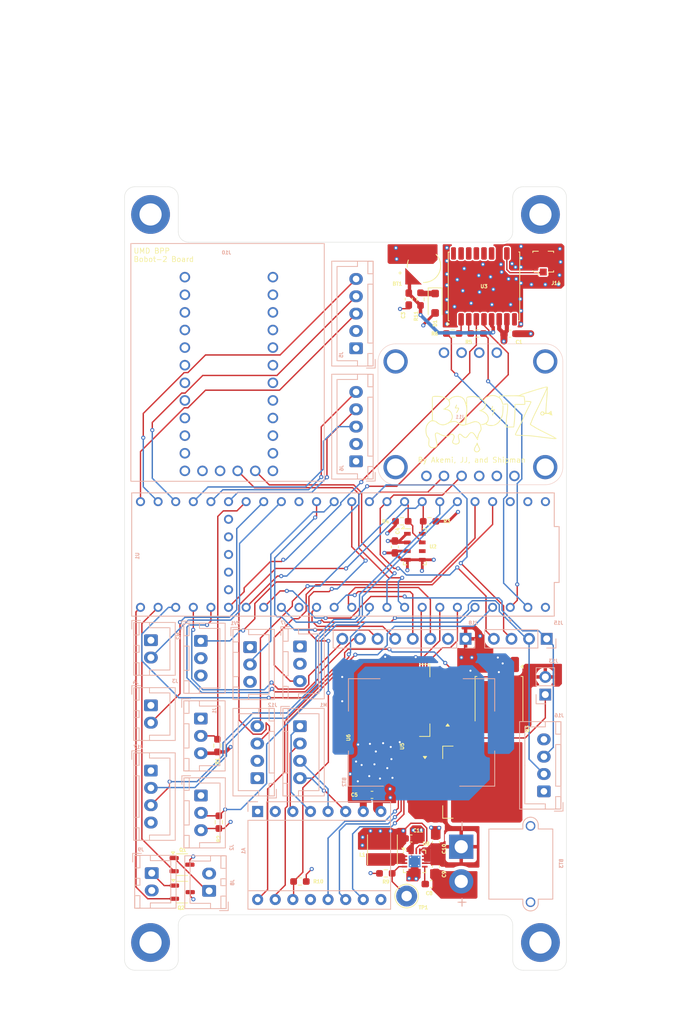
<source format=kicad_pcb>
(kicad_pcb (version 20240108) (generator "pcbnew") (generator_version "8.0")
  (layers (0 "F.Cu" signal) (1 "In1.Cu" signal) (2 "In2.Cu" signal) (31 "B.Cu" signal) (34 "B.Paste" user) (35 "F.Paste" user) (36 "B.SilkS" user "B.Silkscreen") (37 "F.SilkS" user "F.Silkscreen") (38 "B.Mask" user) (39 "F.Mask" user) (44 "Edge.Cuts" user))
  (net 0 "")
  (net 1 "Net-(A1-1A)")
  (net 2 "Net-(A1-2B)")
  (net 3 "stepper_MS3")
  (net 4 "+BATT")
  (net 5 "Net-(A1-1B)")
  (net 6 "stepper_sleep")
  (net 7 "stepper_step")
  (net 8 "+5V")
  (net 9 "stepper_MS2")
  (net 10 "stepper_MS1")
  (net 11 "GND")
  (net 12 "stepper_dir")
  (net 13 "Net-(A1-2A)")
  (net 16 "Net-(BT1-+)")
  (net 17 "temp1")
  (net 18 "Net-(U8-SS{slash}TR)")
  (net 19 "+3.3V")
  (net 20 "temp2")
  (net 21 "limitswitch2")
  (net 22 "limitswitch1")
  (net 23 "encoder_A1")
  (net 24 "encoder_B1")
  (net 25 "encoder_X1")
  (net 26 "encoder_B2")
  (net 27 "encoder_X2")
  (net 28 "encoder_A2")
  (net 29 "Net-(J8-Pin_1)")
  (net 30 "Net-(J9-Pin_1)")
  (net 31 "xbee_TX")
  (net 32 "xbee_RX")
  (net 33 "IR_SCL")
  (net 34 "IR_SDA")
  (net 35 "13")
  (net 36 "28")
  (net 37 "11")
  (net 38 "clutch2")
  (net 39 "clutch1")
  (net 40 "10")
  (net 41 "Net-(D1-K)")
  (net 42 "29")
  (net 43 "12")
  (net 44 "I2C_SCL1")
  (net 45 "I2C_SCL2")
  (net 46 "I2C_SDA2")
  (net 47 "I2C_SDA1")
  (net 48 "Net-(L1-Pad1)")
  (net 49 "cutservo_PWM")
  (net 50 "heater1")
  (net 51 "heater2")
  (net 52 "Net-(J13-Pin_2)")
  (net 53 "cutdown")
  (net 54 "GPS_RX")
  (net 55 "Net-(U3-RXD)")
  (net 56 "GPS_TX")
  (net 57 "Net-(U3-TXD)")
  (net 58 "Net-(J14-In)")
  (net 59 "Net-(U8-PG)")
  (net 60 "pot_data")
  (net 64 "EXTINT")
  (net 67 "TIMEPULSE")
  (net 71 "Net-(U5-VO)")
  (net 72 "Net-(J13-Pin_1)")
  (net 76 "BLDC_PWM")
  (net 77 "RTC_Batt")
  (footprint "Capacitor_SMD:C_0603_1608Metric_Pad1.08x0.95mm_HandSolder" (layer "F.Cu") (at 194.7 130.7 180)
    (property "Reference" "C5")
    (property "Value" "100uF")
  )
  (footprint "MountingHole:MountingHole_3.2mm_M3_DIN965_Pad" (layer "F.Cu") (at 219 152)
    (property "Reference" "J19" (hide yes))
    (property "Value" "Conn_01x01_Pin")
  )
  (footprint "Package_DFN_QFN:VQFN-16-1EP_3x3mm_P0.5mm_EP1.68x1.68mm_ThermalVias" (layer "F.Cu") (at 200.84 140.3075)
    (property "Reference" "U8")
    (property "Value" "TPS62133")
  )
  (footprint "Package_LGA:LGA-8_3x5mm_P1.25mm" (layer "F.Cu") (at 200.875 94.925)
    (property "Reference" "U2")
    (property "Value" "MS5607-02BA")
  )
  (footprint "Inductor_SMD:L_Coilcraft_XxL4040" (layer "F.Cu") (at 196.2025 138.6275 90)
    (property "Reference" "L1")
    (property "Value" "1uH")
  )
  (footprint "Connector_Coaxial:U.FL_Molex_MCRF_73412-0110_Vertical" (layer "F.Cu") (at 219.4 53.8)
    (property "Reference" "J14")
    (property "Value" "Conn_Coaxial")
  )
  (footprint "RF_GPS:ublox_MAX" (layer "F.Cu") (at 210.8525 57.372355 90)
    (property "Reference" "U3")
    (property "Value" "MAX-M10S")
  )
  (footprint "TestPoint:TestPoint_Loop_D2.54mm_Drill1.5mm_Beaded" (layer "F.Cu") (at 199.7 145.3)
    (property "Reference" "TP1")
    (property "Value" "TestPoint")
  )
  (footprint "MountingHole:MountingHole_3.2mm_M3_DIN965_Pad" (layer "F.Cu") (at 162.75 152)
    (property "Reference" "J19" (hide yes))
    (property "Value" "Conn_01x01_Pin")
  )
  (footprint "Capacitor_SMD:C_0603_1608Metric_Pad1.08x0.95mm_HandSolder" (layer "F.Cu") (at 203.9225 137.5175 90)
    (property "Reference" "C10")
    (property "Value" "10uF")
  )
  (footprint "Resistor_SMD:R_0603_1608Metric_Pad0.98x0.95mm_HandSolder" (layer "F.Cu") (at 184.3 143.2)
    (property "Reference" "R10")
    (property "Value" "4.7k")
  )
  (footprint "MountingHole:MountingHole_3.2mm_M3_DIN965_Pad" (layer "F.Cu") (at 162.75 47)
    (property "Reference" "J19" (hide yes))
    (property "Value" "Conn_01x01_Pin")
  )
  (footprint "Package_TO_SOT_SMD:TO-263-3_TabPin2" (layer "F.Cu") (at 209.725 128.875)
    (property "Reference" "U5")
    (property "Value" "LM1084-ADJ")
  )
  (footprint "Capacitor_SMD:C_0603_1608Metric_Pad1.08x0.95mm_HandSolder" (layer "F.Cu") (at 203.2425 143.5675)
    (property "Reference" "C8")
    (property "Value" "3.3nF")
  )
  (footprint "Resistor_SMD:R_0603_1608Metric_Pad0.98x0.95mm_HandSolder" (layer "F.Cu") (at 203 91.25 180)
    (property "Reference" "R3")
    (property "Value" "10k")
  )
  (footprint "Resistor_SMD:R_0603_1608Metric_Pad0.98x0.95mm_HandSolder" (layer "F.Cu") (at 172.4 123.6 -90)
    (property "Reference" "R1")
    (property "Value" "4.7k")
  )
  (footprint "Package_TO_SOT_SMD:SOT-23-3" (layer "F.Cu") (at 167.2925 140.77)
    (property "Reference" "Q1")
    (property "Value" "NMOS")
  )
  (footprint "Package_TO_SOT_SMD:TO-252-2" (layer "F.Cu") (at 213.02 116.94 -90)
    (property "Reference" "Q3")
    (property "Value" "DMN6040SK3-13")
  )
  (footprint "ML414H_IV01E:SEIKO_ML414H_IV01E" (layer "F.Cu") (at 202.2 54.4 180)
    (property "Reference" "BT1")
    (property "Value" "GPS_Batt")
  )
  (footprint "Capacitor_SMD:C_0603_1608Metric_Pad1.08x0.95mm_HandSolder" (layer "F.Cu") (at 198 94.95 -90)
    (property "Reference" "C4")
    (property "Value" "100nF")
  )
  (footprint "Package_TO_SOT_SMD:TO-263-2" (layer "F.Cu") (at 198.225 117.075 180)
    (property "Reference" "U6")
    (property "Value" "0.3 Ohm Resistor")
  )
  (footprint "Capacitor_SMD:C_0603_1608Metric_Pad1.08x0.95mm_HandSolder" (layer "F.Cu") (at 203.9225 141.0275 -90)
    (property "Reference" "C9")
    (property "Value" "0.1uF")
  )
  (footprint "Capacitor_SMD:C_0603_1608Metric_Pad1.08x0.95mm_HandSolder" (layer "F.Cu") (at 200 59.2 -90)
    (property "Reference" "C3")
    (property "Value" "10uF")
  )
  (footprint "Resistor_SMD:R_0603_1608Metric_Pad0.98x0.95mm_HandSolder" (layer "F.Cu") (at 196.6925 142.0275)
    (property "Reference" "R9")
    (property "Value" "R_Small")
  )
  (footprint "Package_TO_SOT_SMD:SOT-23-3" (layer "F.Cu") (at 167.34 144.7375)
    (property "Reference" "Q2")
    (property "Value" "NMOS")
  )
  (footprint "MountingHole:MountingHole_3.2mm_M3_DIN965_Pad" (layer "F.Cu") (at 219 47)
    (property "Reference" "J19" (hide yes))
    (property "Value" "Conn_01x01_Pin")
  )
  (footprint "Resistor_SMD:R_0603_1608Metric_Pad0.98x0.95mm_HandSolder" (layer "F.Cu") (at 172.6 134.6425 -90)
    (property "Reference" "R2")
    (property "Value" "4.7k")
  )
  (footprint "Resistor_SMD:R_0603_1608Metric_Pad0.98x0.95mm_HandSolder" (layer "F.Cu") (at 206.34 64.172355)
    (property "Reference" "R6")
    (property "Value" "??")
  )
  (footprint "Diode_SMD:D_SOD-123F" (layer "F.Cu") (at 203.8 59.8 -90)
    (property "Reference" "D1")
    (property "Value" "D_Schottky")
  )
  (footprint "Resistor_SMD:R_0603_1608Metric_Pad0.98x0.95mm_HandSolder" (layer "F.Cu") (at 209.8525 64.172355 180)
    (property "Reference" "R5")
    (property "Value" "??")
  )
  (footprint "Resistor_SMD:R_0603_1608Metric_Pad0.98x0.95mm_HandSolder" (layer "F.Cu") (at 199 91.25)
    (property "Reference" "R4")
    (property "Value" "10k")
  )
  (footprint "Capacitor_SMD:C_0603_1608Metric_Pad1.08x0.95mm_HandSolder" (layer "F.Cu") (at 200.3425 136.9975)
    (property "Reference" "C11")
    (property "Value" "22uF")
  )
  (footprint "Aesthetics:logosmall" (layer "F.Cu") (at 211.9 76.3)
    (property "Reference" "G***" (hide yes))
    (property "Value" "LOGO" (hide yes))
  )
  (footprint "Capacitor_SMD:C_0603_1608Metric_Pad1.08x0.95mm_HandSolder" (layer "F.Cu") (at 214.6 64.2)
    (property "Reference" "C1")
    (property "Value" "1uF")
  )
  (footprint "Resistor_SMD:R_0603_1608Metric_Pad0.98x0.95mm_HandSolder" (layer "F.Cu") (at 201.7 59.2125 -90)
    (property "Reference" "R11")
    (property "Value" "3.3k")
  )
  (footprint "BNO055:BNO055" (layer "B.Cu") (at 222.23 85.98 180)
    (property "Reference" "J11")
    (property "Value" "BNO055")
  )
  (footprint "Connector_PinHeader_2.54mm:PinHeader_1x08_P2.54mm_Vertical" (layer "B.Cu") (at 208.2 108.2 90)
    (property "Reference" "J18")
    (property "Value" "Conn_01x08_Pin")
  )
  (footprint "Connector_AMASS:AMASS_XT30PW-M_1x02_P2.50mm_Horizontal" (layer "B.Cu") (at 207.57 138.185 90)
    (property "Reference" "BT3")
    (property "Value" "motor_batt")
  )
  (footprint "Module:Pololu_Breakout-16_15.2x20.3mm" (layer "B.Cu") (at 178.2 133.1 -90)
    (property "Reference" "A1")
    (property "Value" "Pololu_Breakout_A4988")
  )
  (footprint "Connector_JST:JST_XH_B2B-XH-A_1x02_P2.50mm_Vertical" (layer "B.Cu") (at 171.2 144.55 90)
    (property "Reference" "J8")
    (property "Value" "Heater 1")
  )
  (footprint "Connector_JST:JST_XH_B2B-XH-A_1x02_P2.50mm_Vertical" (layer "B.Cu") (at 162.8 108.4 -90)
    (property "Reference" "J3")
    (property "Value" "Limit Switch 2")
  )
  (footprint "Connector_JST:JST_XH_B3B-XH-A_1x03_P2.50mm_Vertical" (layer "B.Cu") (at 170.025 130.8 -90)
    (property "Reference" "J2")
    (property "Value" "Temp Probe 2")
  )
  (footprint "Connector_JST:JST_XH_B2B-XH-A_1x02_P2.50mm_Vertical" (layer "B.Cu") (at 162.92 141.99 -90)
    (property "Reference" "J9")
    (property "Value" "Heater 2")
  )
  (footprint "Connector_JST:JST_XH_B3B-XH-A_1x03_P2.50mm_Vertical" (layer "B.Cu") (at 177.1 109.4 -90)
    (property "Reference" "RV1")
    (property "Value" "R_Potentiometer")
  )
  (footprint "XBee:XBee Explorer" (layer "B.Cu") (at 187.81 85.48 180)
    (property "Reference" "J10")
    (property "Value" "XBee Explorer")
  )
  (footprint "Connector_JST:JST_XH_B2B-XH-A_1x02_P2.50mm_Vertical" (layer "B.Cu") (at 162.8 117.8 -90)
    (property "Reference" "J4")
    (property "Value" "Limit Switch 1")
  )
  (footprint "Connector_PinHeader_2.54mm:PinHeader_1x02_P2.54mm_Vertical" (layer "B.Cu") (at 219.7 116.24)
    (property "Reference" "J13")
    (property "Value" "Conn_01x02_Socket")
  )
  (footprint "Connector_JST:JST_XH_B5B-XH-A_1x05_P2.50mm_Vertical" (layer "B.Cu") (at 192.4 66.3 90)
    (property "Reference" "J5")
    (property "Value" "Encoder 1")
  )
  (footprint "Connector_JST:JST_XH_B4B-XH-A_1x04_P2.50mm_Vertical" (layer "B.Cu") (at 184.3 120.8 -90)
    (property "Reference" "M1")
    (property "Value" "Stepper_Motor_bipolar")
  )
  (footprint "Connector_PinHeader_2.54mm:PinHeader_1x04_P2.54mm_Vertical" (layer "B.Cu") (at 219.9 108.2 90)
    (property "Reference" "J15")
    (property "Value" "I2C Pinout")
  )
  (footprint "BAT-HLD-001:BAT_BAT-HLD-001" (layer "B.Cu") (at 201.85 121.5 180)
    (property "Reference" "BT2")
    (property "Value" "RTC Battery")
  )
  (footprint "DEV-16771:MODULE_DEV-16771" (layer "B.Cu") (at 190.51 96.04 180)
    (property "Reference" "U1")
    (property "Value" "DEV-16771")
  )
  (footprint "Connector_JST:JST_XH_B4B-XH-A_1x04_P2.50mm_Vertical" (layer "B.Cu") (at 162.8 127.2 -90)
    (property "Reference" "J17")
    (property "Value" "Conn_01x04_Socket")
  )
  (footprint "Connector_JST:JST_XH_B3B-XH-A_1x03_P2.50mm_Vertical" (layer "B.Cu") (at 184.3 109.3 -90)
    (property "Reference" "J7")
    (property "Value" "ESC")
  )
  (footprint "Connector_JST:JST_XH_B3B-XH-A_1x03_P2.50mm_Vertical" (layer "B.Cu") (at 170 108.5 -90)
    (property "Reference" "M2")
    (property "Value" "Motor_Servo")
  )
  (footprint "Connector_JST:JST_XH_B4B-XH-A_1x04_P2.50mm_Vertical" (layer "B.Cu") (at 219.5 130.2 90)
    (property "Reference" "J16")
    (property "Value" "INA260")
  )
  (footprint "Connector_JST:JST_XH_B3B-XH-A_1x03_P2.50mm_Vertical" (layer "B.Cu") (at 170 119.7 -90)
    (property "Reference" "J1")
    (property "Value" "Temp Probe 1")
  )
  (footprint "Connector_JST:JST_XH_B5B-XH-A_1x05_P2.50mm_Vertical" (layer "B.Cu") (at 192.4 82.6 90)
    (property "Reference" "J6")
    (property "Value" "Encoder 2")
  )
  (footprint "Connector_JST:JST_XH_B4B-XH-A_1x04_P2.50mm_Vertical" (layer "B.Cu") (at 178.15 128.3 90)
    (property "Reference" "J12")
    (property "Value" "IR Temp Sensor")
  )
  (gr_line (start 160.5 156) (end 165.25 156) (stroke (width 0.05)) (layer "Edge.Cuts"))
  (gr_arc (start 166.75 149.5) (mid 167.18934 148.43934) (end 168.25 148) (stroke (width 0.05)) (layer "Edge.Cuts"))
  (gr_line (start 166.75 44.5) (end 166.75 49.5) (stroke (width 0.05)) (layer "Edge.Cuts"))
  (gr_arc (start 160.5 156) (mid 159.43934 155.56066) (end 159 154.5) (stroke (width 0.05)) (layer "Edge.Cuts"))
  (gr_line (start 166.75 154.5) (end 166.75 149.5) (stroke (width 0.05)) (layer "Edge.Cuts"))
  (gr_arc (start 166.75 154.5) (mid 166.31066 155.56066) (end 165.25 156) (stroke (width 0.05)) (layer "Edge.Cuts"))
  (gr_line (start 222.75 148) (end 222.75 154.5) (stroke (width 0.05)) (layer "Edge.Cuts"))
  (gr_line (start 222.75 51) (end 222.75 44.5) (stroke (width 0.05)) (layer "Edge.Cuts"))
  (gr_arc (start 222.75 154.5) (mid 222.31066 155.56066) (end 221.25 156) (stroke (width 0.05)) (layer "Edge.Cuts"))
  (gr_line (start 159 51) (end 159 44.5) (stroke (width 0.05)) (layer "Edge.Cuts"))
  (gr_line (start 215 44.5) (end 215 49.5) (stroke (width 0.05)) (layer "Edge.Cuts"))
  (gr_arc (start 159 44.5) (mid 159.43934 43.43934) (end 160.5 43) (stroke (width 0.05)) (layer "Edge.Cuts"))
  (gr_line (start 159 148) (end 159 51) (stroke (width 0.05)) (layer "Edge.Cuts"))
  (gr_arc (start 168.25 51) (mid 167.18934 50.56066) (end 166.75 49.5) (stroke (width 0.05)) (layer "Edge.Cuts"))
  (gr_line (start 168.25 51) (end 213.5 51) (stroke (width 0.05)) (layer "Edge.Cuts"))
  (gr_arc (start 165.25 43) (mid 166.31066 43.43934) (end 166.75 44.5) (stroke (width 0.05)) (layer "Edge.Cuts"))
  (gr_arc (start 213.5 148) (mid 214.56066 148.43934) (end 215 149.5) (stroke (width 0.05)) (layer "Edge.Cuts"))
  (gr_arc (start 216.5 156) (mid 215.43934 155.56066) (end 215 154.5) (stroke (width 0.05)) (layer "Edge.Cuts"))
  (gr_line (start 222.75 51) (end 222.75 148) (stroke (width 0.05)) (layer "Edge.Cuts"))
  (gr_line (start 213.5 148) (end 168.25 148) (stroke (width 0.05)) (layer "Edge.Cuts"))
  (gr_arc (start 215 44.5) (mid 215.43934 43.43934) (end 216.5 43) (stroke (width 0.05)) (layer "Edge.Cuts"))
  (gr_arc (start 215 49.5) (mid 214.56066 50.56066) (end 213.5 51) (stroke (width 0.05)) (layer "Edge.Cuts"))
  (gr_line (start 221.25 43) (end 216.5 43) (stroke (width 0.05)) (layer "Edge.Cuts"))
  (gr_arc (start 221.25 43) (mid 222.31066 43.43934) (end 222.75 44.5) (stroke (width 0.05)) (layer "Edge.Cuts"))
  (gr_line (start 216.5 156) (end 221.25 156) (stroke (width 0.05)) (layer "Edge.Cuts"))
  (gr_line (start 159 148) (end 159 154.5) (stroke (width 0.05)) (layer "Edge.Cuts"))
  (gr_line (start 165.25 43) (end 160.5 43) (stroke (width 0.05)) (layer "Edge.Cuts"))
  (gr_line (start 215 154.5) (end 215 149.5) (stroke (width 0.05)) (layer "Edge.Cuts"))
  (gr_text "By Akemi, JJ, and Shipman" (at 201.25 82.85 0) (layer "F.SilkS") (effects (font (size 0.75 0.75) (thickness 0.1)) (justify left bottom)))
  (gr_text "UMD BPP\nBobot-2 Board" (at 160.25 53.9 0) (layer "F.SilkS") (effects (font (size 0.75 0.75) (thickness 0.1)) (justify left bottom)))
  (segment (start 183.025 130.305) (end 185.82 133.1) (width 0.2) (layer "B.Cu") (net 1))
  (segment (start 183.025 122.075) (end 183.025 130.305) (width 0.2) (layer "B.Cu") (net 1))
  (segment (start 184.3 120.8) (end 183.025 122.075) (width 0.2) (layer "B.Cu") (net 1))
  (segment (start 187.755735 130.104265) (end 187.904265 130.104265) (width 0.2) (layer "F.Cu") (net 2))
  (segment (start 187.904265 130.104265) (end 190.9 133.1) (width 0.2) (layer "F.Cu") (net 2))
  (via (at 187.755735 130.104265) (size 0.6) (drill 0.3) (layers "F.Cu" "B.Cu") (net 2))
  (segment (start 184.3 128.3) (end 185.95147 128.3) (width 0.2) (layer "B.Cu") (net 2))
  (segment (start 185.95147 128.3) (end 187.755735 130.104265) (width 0.2) (layer "B.Cu") (net 2))
  (segment (start 200.317372 122.775) (end 201.409744 122.775) (width 0.2) (layer "F.Cu") (net 3))
  (segment (start 201.8 122.384744) (end 201.8 103.8) (width 0.2) (layer "F.Cu") (net 3))
  (segment (start 198 133.1) (end 198.5 132.6) (width 0.2) (layer "F.Cu") (net 3))
  (segment (start 201.8 103.8) (end 201.94 103.66) (width 0.2) (layer "F.Cu") (net 3))
  (segment (start 201.409744 122.775) (end 201.8 122.384744) (width 0.2) (layer "F.Cu") (net 3))
  (segment (start 198.5 124.592372) (end 200.317372 122.775) (width 0.2) (layer "F.Cu") (net 3))
  (segment (start 198.5 132.6) (end 198.5 124.592372) (width 0.2) (layer "F.Cu") (net 3))
  (via (at 198 133.1) (size 0.6) (drill 0.3) (layers "F.Cu" "B.Cu") (net 3))
  (segment (start 188.36 136.94) (end 188.36 145.8) (width 0.2) (layer "B.Cu") (net 3))
  (segment (start 198 133.1) (end 197.96362 133.1) (width 0.2) (layer "B.Cu") (net 3))
  (segment (start 196.56362 134.5) (end 190.8 134.5) (width 0.2) (layer "B.Cu") (net 3))
  (segment (start 197.96362 133.1) (end 196.56362 134.5) (width 0.2) (layer "B.Cu") (net 3))
  (segment (start 190.8 134.5) (end 188.36 136.94) (width 0.2) (layer "B.Cu") (net 3))
  (segment (start 202.055 138.38) (end 203.9225 138.38) (width 0.2) (layer "F.Cu") (net 4))
  (segment (start 201.59 138.845) (end 202.055 138.38) (width 0.2) (layer "F.Cu") (net 4))
  (segment (start 195.5625 132.6825) (end 195.5625 130.7) (width 1.4) (layer "F.Cu") (net 4))
  (segment (start 203.53 140.5575) (end 203.9225 140.165) (width 0.2) (layer "F.Cu") (net 4))
  (segment (start 195.98 133.1) (end 195.5625 132.6825) (width 1.4) (layer "F.Cu") (net 4))
  (segment (start 202.3025 140.5575) (end 203.53 140.5575) (width 0.2) (layer "F.Cu") (net 4))
  (via (at 197.35 131.1) (size 0.6) (drill 0.3) (layers "F.Cu" "B.Cu") (net 4))
  (via (at 197.3 129.85) (size 0.6) (drill 0.3) (layers "F.Cu" "B.Cu") (net 4))
  (segment (start 182.9 132.72) (end 183.28 133.1) (width 0.2) (layer "F.Cu") (net 5))
  (segment (start 182.9 124.7) (end 182.9 132.72) (width 0.2) (layer "F.Cu") (net 5))
  (segment (start 184.3 123.3) (end 182.9 124.7) (width 0.2) (layer "F.Cu") (net 5))
  (segment (start 186.3 101.4) (end 185.6 102.1) (width 0.2) (layer "F.Cu") (net 6))
  (segment (start 183.3875 145.6925) (end 183.28 145.8) (width 0.2) (layer "F.Cu") (net 6))
  (segment (start 191.78 94.92853) (end 191.78 88.42) (width 0.2) (layer "F.Cu") (net 6))
  (segment (start 188.9 101) (end 188.5 101.4) (width 0.2) (layer "F.Cu") (net 6))
  (segment (start 193.775735 96.924265) (end 191.78 94.92853) (width 0.2) (layer "F.Cu") (net 6))
  (segment (start 186.8 108.5) (end 188.4 108.5) (width 0.2) (layer "F.Cu") (net 6))
  (segment (start 188.4 126) (end 188.4 116) (width 0.2) (layer "F.Cu") (net 6))
  (segment (start 183.3875 143.2) (end 184.72 141.8675) (width 0.2) (layer "F.Cu") (net 6))
  (segment (start 183.3875 143.2) (end 183.3875 145.6925) (width 0.2) (layer "F.Cu") (net 6))
  (segment (start 184.72 141.8675) (end 184.72 129.68) (width 0.2) (layer "F.Cu") (net 6))
  (segment (start 184.72 129.68) (end 188.4 126) (width 0.2) (layer "F.Cu") (net 6))
  (segment (start 185.6 102.1) (end 185.6 107.3) (width 0.2) (layer "F.Cu") (net 6))
  (segment (start 188.5 101.4) (end 186.3 101.4) (width 0.2) (layer "F.Cu") (net 6))
  (segment (start 185.6 107.3) (end 186.8 108.5) (width 0.2) (layer "F.Cu") (net 6))
  (via (at 193.775735 96.924265) (size 0.6) (drill 0.3) (layers "F.Cu" "B.Cu") (net 6))
  (via (at 188.9 101) (size 0.6) (drill 0.3) (layers "F.Cu" "B.Cu") (net 6))
  (via (at 188.4 116) (size 0.6) (drill 0.3) (layers "F.Cu" "B.Cu") (net 6))
  (via (at 188.4 108.5) (size 0.6) (drill 0.3) (layers "F.Cu" "B.Cu") (net 6))
  (segment (start 188.4 116) (end 188.4 108.5) (width 0.2) (layer "B.Cu") (net 6))
  (segment (start 193.775735 96.924265) (end 189.7 101) (width 0.2) (layer "B.Cu") (net 6))
  (segment (start 189.7 101) (end 188.9 101) (width 0.2) (layer "B.Cu") (net 6))
  (segment (start 192.293173 110.493173) (end 182.5 120.286346) (width 0.2) (layer "F.Cu") (net 7))
  (segment (start 182.18 132.644365) (end 182.18 143.72) (width 0.2) (layer "F.Cu") (net 7))
  (segment (start 182.5 132.324365) (end 182.18 132.644365) (width 0.2) (layer "F.Cu") (net 7))
  (segment (start 180.74 145.16) (end 180.74 145.8) (width 0.2) (layer "F.Cu") (net 7))
  (segment (start 182.5 120.286346) (end 182.5 132.324365) (width 0.2) (layer "F.Cu") (net 7))
  (segment (start 182.18 143.72) (end 180.74 145.16) (width 0.2) (layer "F.Cu") (net 7))
  (via (at 192.293173 110.493173) (size 0.6) (drill 0.3) (layers "F.Cu" "B.Cu") (net 7))
  (segment (start 195.506827 110.493173) (end 196.89 109.11) (width 0.2) (layer "B.Cu") (net 7))
  (segment (start 192.293173 110.493173) (end 195.506827 110.493173) (width 0.2) (layer "B.Cu") (net 7))
  (segment (start 197.95 106.4) (end 209.36 106.4) (width 0.2) (layer "B.Cu") (net 7))
  (segment (start 209.36 106.4) (end 212.1 103.66) (width 0.2) (layer "B.Cu") (net 7))
  (segment (start 196.89 109.11) (end 196.89 107.46) (width 0.2) (layer "B.Cu") (net 7))
  (segment (start 196.89 107.46) (end 197.95 106.4) (width 0.2) (layer "B.Cu") (net 7))
  (segment (start 202.6 135.5) (end 201.9 134.8) (width 0.2) (layer "F.Cu") (net 8))
  (segment (start 201.09 138.418114) (end 201.528114 137.98) (width 0.2) (layer "F.Cu") (net 8))
  (segment (start 201.528114 137.98) (end 202.12 137.98) (width 0.2) (layer "F.Cu") (net 8))
  (segment (start 201.9 134.8) (end 200.295 134.8) (width 0.2) (layer "F.Cu") (net 8))
  (segment (start 201.09 138.845) (end 201.09 138.418114) (width 0.2) (layer "F.Cu") (net 8))
  (segment (start 194.5325 142.0275) (end 194.49 141.985) (width 0.2) (layer "F.Cu") (net 8))
  (segment (start 202.12 137.98) (end 202.6 137.5) (width 0.2) (layer "F.Cu") (net 8))
  (segment (start 195.78 142.0275) (end 194.5325 142.0275) (width 0.2) (layer "F.Cu") (net 8))
  (segment (start 202.6 137.5) (end 202.6 135.5) (width 0.2) (layer "F.Cu") (net 8))
  (segment (start 200.295 134.8) (end 199.21 135.885) (width 0.2) (layer "F.Cu") (net 8))
  (via (at 193.31 137.985) (size 0.6) (drill 0.3) (layers "F.Cu" "B.Cu") (net 8))
  (via (at 194.48 135.905) (size 0.6) (drill 0.3) (layers "F.Cu" "B.Cu") (net 8))
  (via (at 194.49 141.985) (size 0.6) (drill 0.3) (layers "F.Cu" "B.Cu") (net 8))
  (via (at 193.35 136.815) (size 0.6) (drill 0.3) (layers "F.Cu" "B.Cu") (net 8))
  (via (at 197.36 135.925) (size 0.6) (drill 0.3) (layers "F.Cu" "B.Cu") (net 8))
  (via (at 199.21 135.885) (size 0.6) (drill 0.3) (layers "F.Cu" "B.Cu") (net 8))
  (via (at 195.9 135.925) (size 0.6) (drill 0.3) (layers "F.Cu" "B.Cu") (net 8))
  (segment (start 202.2 122.55043) (end 202.2 110.746346) (width 0.2) (layer "F.Cu") (net 9))
  (segment (start 201.809744 122.940685) (end 202.2 122.55043) (width 0.2) (layer "F.Cu") (net 9))
  (segment (start 198.9 133.048529) (end 198.9 124.758058) (width 0.2) (layer "F.Cu") (net 9))
  (segment (start 198.03638 133.912149) (end 198.9 133.048529) (width 0.2) (layer "F.Cu") (net 9))
  (segment (start 202.2 110.746346) (end 204.48 108.466346) (width 0.2) (layer "F.Cu") (net 9))
  (segment (start 198.9 124.758058) (end 200.483058 123.175) (width 0.2) (layer "F.Cu") (net 9))
  (segment (start 200.483058 123.175) (end 201.57543 123.175) (width 0.2) (layer "F.Cu") (net 9))
  (segment (start 204.48 108.466346) (end 204.48 103.66) (width 0.2) (layer "F.Cu") (net 9))
  (segment (start 201.57543 123.175) (end 201.809744 122.940685) (width 0.2) (layer "F.Cu") (net 9))
  (segment (start 198 133.912149) (end 198.03638 133.912149) (width 0.2) (layer "F.Cu") (net 9))
  (via (at 198 133.912149) (size 0.6) (drill 0.3) (layers "F.Cu" "B.Cu") (net 9))
  (segment (start 190 144.9) (end 190.9 145.8) (width 0.2) (layer "B.Cu") (net 9))
  (segment (start 197.012149 134.9) (end 190.965686 134.9) (width 0.2) (layer "B.Cu") (net 9))
  (segment (start 190.965686 134.9) (end 190 135.865686) (width 0.2) (layer "B.Cu") (net 9))
  (segment (start 190 135.865686) (end 190 144.9) (width 0.2) (layer "B.Cu") (net 9))
  (segment (start 198 133.912149) (end 197.012149 134.9) (width 0.2) (layer "B.Cu") (net 9))
  (segment (start 207.02 108.466346) (end 205.986346 109.5) (width 0.2) (layer "F.Cu") (net 10))
  (segment (start 204.851471 109.5) (end 202.6 111.751471) (width 0.2) (layer "F.Cu") (net 10))
  (segment (start 199.3 133.5) (end 198 134.8) (width 0.2) (layer "F.Cu") (net 10))
  (segment (start 201.91 123.575) (end 200.648744 123.575) (width 0.2) (layer "F.Cu") (net 10))
  (segment (start 202.6 122.885) (end 201.91 123.575) (width 0.2) (layer "F.Cu") (net 10))
  (segment (start 207.02 103.66) (end 207.02 108.466346) (width 0.2) (layer "F.Cu") (net 10))
  (segment (start 205.986346 109.5) (end 204.851471 109.5) (width 0.2) (layer "F.Cu") (net 10))
  (segment (start 200.648744 123.575) (end 199.3 124.923744) (width 0.2) (layer "F.Cu") (net 10))
  (segment (start 202.6 111.751471) (end 202.6 122.885) (width 0.2) (layer "F.Cu") (net 10))
  (segment (start 199.3 124.923744) (end 199.3 133.5) (width 0.2) (layer "F.Cu") (net 10))
  (via (at 198 134.8) (size 0.6) (drill 0.3) (layers "F.Cu" "B.Cu") (net 10))
  (segment (start 198 134.8) (end 197.5 135.3) (width 0.2) (layer "B.Cu") (net 10))
  (segment (start 191.9 136.340686) (end 191.9 144.26) (width 0.2) (layer "B.Cu") (net 10))
  (segment (start 191.9 144.26) (end 193.44 145.8) (width 0.2) (layer "B.Cu") (net 10))
  (segment (start 192.940686 135.3) (end 191.9 136.340686) (width 0.2) (layer "B.Cu") (net 10))
  (segment (start 197.5 135.3) (end 192.940686 135.3) (width 0.2) (layer "B.Cu") (net 10))
  (segment (start 168.4775 145.3075) (end 168.93 145.76) (width 0.2) (layer "F.Cu") (net 11))
  (segment (start 168.43 140.77) (end 168.43 140.07) (width 0.2) (layer "F.Cu") (net 11))
  (segment (start 192.65 129.5125) (end 193.8375 130.7) (width 1) (layer "F.Cu") (net 11))
  (segment (start 201.95 96.8) (end 203.6 96.8) (width 0.4) (layer "F.Cu") (net 11))
  (segment (start 200.1475 60.590145) (end 198.785 60.590145) (width 0.2) (layer "F.Cu") (net 11))
  (segment (start 201.95 96.8) (end 198.9875 96.8) (width 0.4) (layer "F.Cu") (net 11))
  (segment (start 168.43 140.07) (end 168.9 139.6) (width 0.2) (layer "F.Cu") (net 11))
  (segment (start 199.8 96.8) (end 198.9875 96.8) (width 0.2) (layer "F.Cu") (net 11))
  (segment (start 217.602399 54.832456) (end 217.602399 53.222355) (width 0.2) (layer "F.Cu") (net 11))
  (segment (start 199.8 96.8) (end 199.8 98.3) (width 0.4) (layer "F.Cu") (net 11))
  (segment (start 200.59 138.845) (end 200.59 137.71) (width 0.3) (layer "F.Cu") (net 11))
  (segment (start 198.9875 96.8) (end 198 95.8125) (width 0.4) (layer "F.Cu") (net 11))
  (segment (start 185.2125 142.1875) (end 186 141.4) (width 0.2) (layer "F.Cu") (net 11))
  (segment (start 215.4625 64.2) (end 217.6 64.2) (width 1) (layer "F.Cu") (net 11))
  (segment (start 199.8 95.55) (end 198.2625 95.55) (width 0.4) (layer "F.Cu") (net 11))
  (segment (start 198 95.8125) (end 196.4875 95.8125) (width 0.4) (layer "F.Cu") (net 11))
  (segment (start 198.2625 95.55) (end 198 95.8125) (width 0.2) (layer "F.Cu") (net 11))
  (segment (start 185.2125 143.2) (end 185.2125 142.1875) (width 0.2) (layer "F.Cu") (net 11))
  (segment (start 192.65 128.75) (end 192.65 129.5125) (width 1) (layer "F.Cu") (net 11))
  (segment (start 193.44 131.0975) (end 193.8375 130.7) (width 1) (layer "F.Cu") (net 11))
  (segment (start 193.44 133.1) (end 193.44 131.0975) (width 1) (layer "F.Cu") (net 11))
  (segment (start 200.59 137.6125) (end 201.205 136.9975) (width 0.4) (layer "F.Cu") (net 11))
  (segment (start 168.4775 144.7375) (end 168.4775 145.3075) (width 0.2) (layer "F.Cu") (net 11))
  (segment (start 198.785 60.590145) (end 198.7475 60.627645) (width 0.2) (layer "F.Cu") (net 11))
  (segment (start 201.95 98.35) (end 201.9 98.4) (width 0.4) (layer "F.Cu") (net 11))
  (segment (start 200.6 137.7) (end 200.59 137.69) (width 0.3) (layer "F.Cu") (net 11))
  (segment (start 200.59 137.69) (end 200.59 137.6125) (width 0.3) (layer "F.Cu") (net 11))
  (segment (start 201.95 96.8) (end 201.95 98.35) (width 0.4) (layer "F.Cu") (net 11))
  (segment (start 200.59 137.71) (end 200.6 137.7) (width 0.3) (layer "F.Cu") (net 11))
  (via (at 201.06 142.805) (size 0.6) (drill 0.3) (layers "F.Cu" "B.Cu") (net 11))
  (via (at 217.6 64.2) (size 0.6) (drill 0.3) (layers "F.Cu" "B.Cu") (net 11))
  (via (at 196.4875 95.8125) (size 0.6) (drill 0.3) (layers "F.Cu" "B.Cu") (net 11))
  (via (at 194.4 123.35) (size 0.6) (drill 0.3) (layers "F.Cu" "B.Cu") (net 11))
  (via (at 186 141.4) (size 0.6) (drill 0.3) (layers "F.Cu" "B.Cu") (net 11))
  (via (at 206.6 60.3) (size 0.6) (drill 0.3) (layers "F.Cu" "B.Cu") (net 11))
  (via (at 192.7 123.45) (size 0.6) (drill 0.3) (layers "F.Cu" "B.Cu") (net 11))
  (via (at 191.55 127.7) (size 0.6) (drill 0.3) (layers "F.Cu" "B.Cu") (net 11))
  (via (at 212 60) (size 0.6) (drill 0.3) (layers "F.Cu" "B.Cu") (net 11))
  (via (at 205.5 55.6) (size 0.6) (drill 0.3) (layers "F.Cu" "B.Cu") (net 11))
  (via (at 198.7 123.1) (size 0.6) (drill 0.3) (layers "F.Cu" "B.Cu") (net 11))
  (via (at 215.5 56.3) (size 0.6) (drill 0.3) (layers "F.Cu" "B.Cu") (net 11))
  (via (at 201.9 98.4) (size 0.6) (drill 0.3) (layers "F.Cu" "B.Cu") (net 11))
  (via (at 216.2 62.8) (size 0.6) (drill 0.3) (layers "F.Cu" "B.Cu") (net 11))
  (via (at 201.8 135.8) (size 0.6) (drill 0.3) (layers "F.Cu" "B.Cu") (net 11))
  (via (at 221.8 51.95) (size 0.6) (drill 0.3) (layers "F.Cu" "B.Cu") (net 11))
  (via (at 214.4 56.3) (size 0.6) (drill 0.3) (layers "F.Cu" "B.Cu") (net 11))
  (via (at 209 59.8) (size 0.6) (drill 0.3) (layers "F.Cu" "B.Cu") (net 11))
  (via (at 197.5 125.55) (size 0.6) (drill 0.3) (layers "F.Cu" "B.Cu") (net 11))
  (via (at 209.1 110.9) (size 0.6) (drill 0.3) (layers "F.Cu" "B.Cu") (net 11))
  (via (at 205.5 53.7) (size 0.6) (drill 0.3) (layers "F.Cu" "B.Cu") (net 11))
  (via (at 205.5 62.8) (size 0.6) (drill 0.3) (layers "F.Cu" "B.Cu") (net 11))
  (via (at 195.25 124.45) (size 0.6) (drill 0.3) (layers "F.Cu" "B.Cu") (net 11))
  (via (at 196.9 126.85) (size 0.6) (drill 0.3) (layers "F.Cu" "B.Cu") (net 11))
  (via (at 216.2 51.6) (size 0.6) (drill 0.3) (layers "F.Cu" "B.Cu") (net 11))
  (via (at 216.1 59.2) (size 0.6) (drill 0.3) (layers "F.Cu" "B.Cu") (net 11))
  (via (at 213.3 54.2) (size 0.6) (drill 0.3) (layers "F.Cu" "B.Cu") (net 11))
  (via (at 205.5 61.1) (size 0.6) (drill 0.3) (layers "F.Cu" "B.Cu") (net 11))
  (via (at 214.9 54.1) (size 0.6) (drill 0.3) (layers "F.Cu" "B.Cu") (net 11))
  (via (at 211.8 56) (size 0.6) (drill 0.3) (layers "F.Cu" "B.Cu") (net 11))
  (via (at 192.4 125.9) (size 0.6) (drill 0.3) (layers "F.Cu" "B.Cu") (net 11))
  (via (at 216.2 60.9) (size 0.6) (drill 0.3) (layers "F.Cu" "B.Cu") (net 11))
  (via (at 208 54.8) (size 0.6) (drill 0.3) (layers "F.Cu" "B.Cu") (net 11))
  (via (at 193.2 126.4) (size 0.6) (drill 0.3) (layers "F.Cu" "B.Cu") (net 11))
  (via (at 192.65 128.75) (size 0.6) (drill 0.3) (layers "F.Cu" "B.Cu") (net 11))
  (via (at 216.2 54.6) (size 0.6) (drill 0.3) (layers "F.Cu" "B.Cu") (net 11))
  (via (at 197.4 123.8) (size 0.6) (drill 0.3) (layers "F.Cu" "B.Cu") (net 11))
  (via (at 198.2475 53.427645) (size 0.6) (drill 0.3) (layers "F.Cu" "B.Cu") (net 11))
  (via (at 215.4 54.6) (size 0.6) (drill 0.3) (layers "F.Cu" "B.Cu") (net 11))
  (via (at 200.65 135.8) (size 0.6) (drill 0.3) (layers "F.Cu" "B.Cu") (net 11))
  (via (at 214.7 60) (size 0.6) (drill 0.3) (layers "F.Cu" "B.Cu") (net 11))
  (via (at 205.5 57.2) (size 0.6) (drill 0.3) (layers "F.Cu" "B.Cu") (net 11))
  (via (at 216.2 56.9) (size 0.6) (drill 0.3) (layers "F.Cu" "B.Cu") (net 11))
  (via (at 212.2 57.8) (size 0.6) (drill 0.3) (layers "F.Cu" "B.Cu") (net 11))
  (via (at 203.6 96.8) (size 0.6) (drill 0.3) (layers "F.Cu" "B.Cu") (net 11))
  (via (at 200.05 142.765) (size 0.6) (drill 0.3) (layers "F.Cu" "B.Cu") (net 11))
  (via (at 204.37 135.465) (size 0.6) (drill 0.3) (layers "F.Cu" "B.Cu") (net 11))
  (via (at 219.7 57.1) (size 0.6) (drill 0.3) (layers "F.Cu" "B.Cu") (net 11))
  (via (at 207 56.4) (size 0.6) (drill 0.3) (layers "F.Cu" "B.Cu") (net 11))
  (via (at 196.3 123.25) (size 0.6) (drill 0.3) (layers "F.Cu" "B.Cu") (net 11))
  (via (at 195.85 128.35) (size 0.6) (drill 0.3) (layers "F.Cu" "B.Cu") (net 11))
  (via (at 168.93 145.76) (size 0.6) (drill 0.3) (layers "F.Cu" "B.Cu") (net 11))
  (via (at 210.7 54.2) (size 0.6) (drill 0.3) (layers "F.Cu" "B.Cu") (net 11))
  (via (at 195.05 126.3) (size 0.6) (drill 0.3) (layers "F.Cu" "B.Cu") (net 11))
  (via (at 213.4 55.3) (size 0.6) (drill 0.3) (layers "F.Cu" "B.Cu") (net 11))
  (via (at 205.5 51.8) (size 0.6) (drill 0.3) (layers "F.Cu" "B.Cu") (net 11))
  (via (at 198.1475 51.827645) (size 0.6) (drill 0.3) (layers "F.Cu" "B.Cu") (net 11))
  (via (at 221.9 53.85) (size 0.6) (drill 0.3) (layers "F.Cu" "B.Cu") (net 11))
  (via (at 210.1 55.8) (size 0.6) (drill 0.3) (layers "F.Cu" "B.Cu") (net 11))
  (via (at 221.75 55.75) (size 0.6) (drill 0.3) (layers "F.Cu" "B.Cu") (net 11))
  (via (at 221.6 57.1) (size 0.6) (drill 0.3) (layers "F.Cu" "B.Cu") (net 11))
  (via (at 208.9 112.8) (size 0.6) (drill 0.3) (layers "F.Cu" "B.Cu") (net 11))
  (via (at 205.5 59.3) (size 0.6) (drill 0.3) (layers "F.Cu" "B.Cu") (net 11))
  (via (at 197.65 128.25) (size 0.6) (drill 0.3) (layers "F.Cu" "B.Cu") (net 11))
  (via (at 207.6 110.9) (size 0.6) (drill 0.3) (layers "F.Cu" "B.Cu") (net 11))
  (via (at 198.7475 60.627645) (size 0.6) (drill 0.3) (layers "F.Cu" "B.Cu") (net 11))
  (via (at 199.8 98.3) (size 0.6) (drill 0.3) (layers "F.Cu" "B.Cu") (net 11))
  (via (at 210.3 107.8) (size 0.6) (drill 0.3) (layers "F.Cu" "B.Cu") (net 11))
  (via (at 216.2 53.3) (size 0.6) (drill 0.3) (layers "F.Cu" "B.Cu") (net 11))
  (via (at 207.8 58) (size 0.6) (drill 0.3) (layers "F.Cu" "B.Cu") (net 11))
  (via (at 168.9 139.6) (size 0.6) (drill 0.3) (layers "F.Cu" "B.Cu") (net 11))
  (via (at 210.2 58.2) (size 0.6) (drill 0.3) (layers "F.Cu" "B.Cu") (net 11))
  (via (at 217.7 57.1) (size 0.6) (drill 0.3) (layers "F.Cu" "B.Cu") (net 11))
  (via (at 203.23 135.425) (size 0.6) (drill 0.3) (layers "F.Cu" "B.Cu") (net 11))
  (via (at 194.3 128) (size 0.6) (drill 0.3) (layers "F.Cu" "B.Cu") (net 11))
  (segment (start 182.1 120.12066) (end 182.1 127.4) (width 0.2) (layer "F.Cu") (net 12))
  (segment (start 191.35 110.45) (end 191.35 110.87066) (width 0.2) (layer "F.Cu") (net 12))
  (segment (start 179.64 129.86) (end 179.64 144.36) (width 0.2) (layer "F.Cu") (net 12))
  (segment (start 179.64 144.36) (end 178.2 145.8) (width 0.2) (layer "F.Cu") (net 12))
  (segment (start 191.35 110.87066) (end 182.1 120.12066) (width 0.2) (layer "F.Cu") (net 12))
  (segment (start 182.1 127.4) (end 179.64 129.86) (width 0.2) (layer "F.Cu") (net 12))
  (via (at 191.35 110.45) (size 0.6) (drill 0.3) (layers "F.Cu" "B.Cu") (net 12))
  (segment (start 191.35 110.45) (end 191.6 110.2) (width 0.2) (layer "B.Cu") (net 12))
  (segment (start 207.42 105.8) (end 209.56 103.66) (width 0.2) (layer "B.Cu") (net 12))
  (segment (start 191.6 107.933654) (end 193.733654 105.8) (width 0.2) (layer "B.Cu") (net 12))
  (segment (start 191.6 110.2) (end 191.6 107.933654) (width 0.2) (layer "B.Cu") (net 12))
  (segment (start 193.733654 105.8) (end 207.42 105.8) (width 0.2) (layer "B.Cu") (net 12))
  (segment (start 188.36 129.86) (end 188.36 133.1) (width 0.2) (layer "B.Cu") (net 13))
  (segment (start 184.3 125.8) (end 188.36 129.86) (width 0.2) (layer "B.Cu") (net 13))
  (segment (start 200 58.3375) (end 200 58.425) (width 0.2) (layer "F.Cu") (net 16))
  (segment (start 212.182257 63.282257) (end 211.9525 63.0525) (width 0.5) (layer "F.Cu") (net 16))
  (segment (start 200 58.425) (end 201.7 60.125) (width 0.5) (layer "F.Cu") (net 16))
  (segment (start 200.1 56.5) (end 200.1 58.2375) (width 0.5) (layer "F.Cu") (net 16))
  (segment (start 200.1 58.2375) (end 200 58.3375) (width 0.2) (layer "F.Cu") (net 16))
  (segment (start 212.182257 63.990098) (end 212.182257 63.282257) (width 0.5) (layer "F.Cu") (net 16))
  (segment (start 211.9525 63.0525) (end 211.9525 62.122355) (width 0.5) (layer "F.Cu") (net 16))
  (segment (start 201.7 61.5) (end 201.7 60.125) (width 0.5) (layer "F.Cu") (net 16))
  (via (at 212.182257 63.990098) (size 0.6) (drill 0.3) (layers "F.Cu" "B.Cu") (net 16))
  (via (at 201.7 61.5) (size 0.6) (drill 0.3) (layers "F.Cu" "B.Cu") (net 16))
  (segment (start 212.1 64.072355) (end 204.272355 64.072355) (width 0.5) (layer "B.Cu") (net 16))
  (segment (start 204.272355 64.072355) (end 204.2 64) (width 0.5) (layer "B.Cu") (net 16))
  (segment (start 204.2 64) (end 204.1 64) (width 0.5) (layer "B.Cu") (net 16))
  (segment (start 204.1 63.9) (end 201.7 61.5) (width 0.5) (layer "B.Cu") (net 16))
  (segment (start 212.182257 63.990098) (end 212.1 64.072355) (width 0.5) (layer "B.Cu") (net 16))
  (segment (start 204.1 64) (end 204.1 63.9) (width 0.5) (layer "B.Cu") (net 16))
  (segment (start 172.6 133.73) (end 170.455 133.73) (width 0.2) (layer "F.Cu") (net 17))
  (segment (start 173.515 132.815) (end 172.6 133.73) (width 0.2) (layer "F.Cu") (net 17))
  (segment (start 170.455 133.73) (end 170.025 133.3) (width 0.2) (layer "F.Cu") (net 17))
  (via (at 173.515 132.815) (size 0.6) (drill 0.3) (layers "F.Cu" "B.Cu") (net 17))
  (segment (start 192.565686 106.2) (end 189.565686 106.2) (width 0.2) (layer "B.Cu") (net 17))
  (segment (start 189.565686 106.2) (end 187.4 108.365686) (width 0.2) (layer "B.Cu") (net 17))
  (segment (start 179.5 123.4) (end 179.5 129.059744) (width 0.2) (layer "B.Cu") (net 17))
  (segment (start 194.32 103.66) (end 194.32 104.445685) (width 0.2) (layer "B.Cu") (net 17))
  (segment (start 179.5 129.059744) (end 175.744744 132.815) (width 0.2) (layer "B.Cu") (net 17))
  (segment (start 175.744744 132.815) (end 173.515 132.815) (width 0.2) (layer "B.Cu") (net 17))
  (segment (start 194.32 104.445685) (end 193.7 105.065686) (width 0.2) (layer "B.Cu") (net 17))
  (segment (start 187.4 115.5) (end 179.5 123.4) (width 0.2) (layer "B.Cu") (net 17))
  (segment (start 187.4 108.365686) (end 187.4 115.5) (width 0.2) (layer "B.Cu") (net 17))
  (segment (start 193.7 105.065686) (end 192.565686 106.2) (width 0.2) (layer "B.Cu") (net 17))
  (segment (start 202.3025 141.0575) (end 202.3025 143.49) (width 0.2) (layer "F.Cu") (net 18))
  (segment (start 202.3025 143.49) (end 202.38 143.5675) (width 0.2) (layer "F.Cu") (net 18))
  (segment (start 170.27 135.555) (end 170.025 135.8) (width 0.2) (layer "F.Cu") (net 19))
  (segment (start 214.1525 63.785) (end 213.7375 64.2) (width 0.6) (layer "F.Cu") (net 19))
  (segment (start 213.7375 65.2625) (end 213.7 65.3) (width 0.2) (layer "F.Cu") (net 19))
  (segment (start 172.4 124.5125) (end 173.5875 124.5125) (width 0.5) (layer "F.Cu") (net 19))
  (segment (start 172.2125 124.7) (end 172.4 124.5125) (width 0.5) (layer "F.Cu") (net 19))
  (segment (start 199.8 94.3) (end 198.2125 94.3) (width 0.4) (layer "F.Cu") (net 19))
  (segment (start 170 124.7) (end 172.2125 124.7) (width 0.5) (layer "F.Cu") (net 19))
  (segment (start 202.1 62.9) (end 203.8 61.2) (width 0.4) (layer "F.Cu") (net 19))
  (segment (start 213.0525 63.515) (end 213.7375 64.2) (width 0.6) (layer "F.Cu") (net 19))
  (segment (start 214.1525 62.122355) (end 214.1525 63.785) (width 0.6) (layer "F.Cu") (net 19))
  (segment (start 199.7 93.05) (end 198.6625 94.0875) (width 0.4) (layer "F.Cu") (net 19))
  (segment (start 203.9125 91.25) (end 205.75 91.25) (width 0.4) (layer "F.Cu") (net 19))
  (segment (start 172.6 135.555) (end 170.27 135.555) (width 0.2) (layer "F.Cu") (net 19))
  (segment (start 173.5875 124.5125) (end 174.3 123.8) (width 0.5) (layer "F.Cu") (net 19))
  (segment (start 202.1 63) (end 202.1 62.9) (width 0.4) (layer "F.Cu") (net 19))
  (segment (start 205.75 91.25) (end 207.1 89.9) (width 0.4) (layer "F.Cu") (net 19))
  (segment (start 198.0875 91.8125) (end 196.9 93) (width 0.4) (layer "F.Cu") (net 19))
  (segment (start 198.0875 91.25) (end 198.0875 91.8125) (width 0.4) (layer "F.Cu") (net 19))
  (segment (start 172.6 135.555) (end 173.345 135.555) (width 0.2) (layer "F.Cu") (net 19))
  (segment (start 198.2125 94.3) (end 198 94.0875) (width 0.2) (layer "F.Cu") (net 19))
  (segment (start 213.7375 64.2) (end 213.7375 65.2625) (width 1) (layer "F.Cu") (net 19))
  (segment (start 173.345 135.555) (end 174.3 134.6) (width 0.2) (layer "F.Cu") (net 19))
  (segment (start 213.0525 62.122355) (end 213.0525 63.515) (width 0.6) (layer "F.Cu") (net 19))
  (segment (start 199.8 93.05) (end 199.7 93.05) (width 0.2) (layer "F.Cu") (net 19))
  (segment (start 198.6625 94.0875) (end 198 94.0875) (width 0.4) (layer "F.Cu") (net 19))
  (segment (start 198 94.0875) (end 196.9875 94.0875) (width 0.4) (layer "F.Cu") (net 19))
  (via (at 196.9875 94.0875) (size 0.6) (drill 0.3) (layers "F.Cu" "B.Cu") (net 19))
  (via (at 196.9 93) (size 0.6) (drill 0.3) (layers "F.Cu" "B.Cu") (net 19))
  (via (at 174.3 134.6) (size 0.6) (drill 0.3) (layers "F.Cu" "B.Cu") (net 19))
  (via (at 202.1 63) (size 0.6) (drill 0.3) (layers "F.Cu" "B.Cu") (net 19))
  (via (at 207.1 89.9) (size 0.6) (drill 0.3) (layers "F.Cu" "B.Cu") (net 19))
  (via (at 213.7 65.3) (size 0.6) (drill 0.3) (layers "F.Cu" "B.Cu") (net 19))
  (via (at 174.3 123.8) (size 0.6) (drill 0.3) (layers "F.Cu" "B.Cu") (net 19))
  (segment (start 172.45 122.6375) (end 172.4 122.6875) (width 0.2) (layer "F.Cu") (net 20))
  (segment (start 171.9125 122.2) (end 172.4 122.6875) (width 0.2) (layer "F.Cu") (net 20))
  (segment (start 170 122.2) (end 171.9125 122.2) (width 0.2) (layer "F.Cu") (net 20))
  (segment (start 176.54 88.42) (end 175.21 89.75) (width 0.2) (layer "F.Cu") (net 20))
  (segment (start 172.45 90.55) (end 172.45 122.6375) (width 0.2) (layer "F.Cu") (net 20))
  (segment (start 173.25 89.75) (end 172.45 90.55) (width 0.2) (layer "F.Cu") (net 20))
  (segment (start 175.21 89.75) (end 173.25 89.75) (width 0.2) (layer "F.Cu") (net 20))
  (segment (start 181.62 88.42) (end 175.586 94.454) (width 0.2) (layer "B.Cu") (net 21))
  (segment (start 175.586 104.214) (end 174.3 105.5) (width 0.2) (layer "B.Cu") (net 21))
  (segment (start 174.3 105.5) (end 168.2 105.5) (width 0.2) (layer "B.Cu") (net 21))
  (segment (start 175.586 94.454) (end 175.586 104.214) (width 0.2) (layer "B.Cu") (net 21))
  (segment (start 168.2 105.5) (end 162.8 110.9) (width 0.2) (layer "B.Cu") (net 21))
  (segment (start 167 116.1) (end 162.8 120.3) (width 0.2) (layer "F.Cu") (net 22))
  (segment (start 167 105.8) (end 167 116.1) (width 0.2) (layer "F.Cu") (net 22))
  (via (at 167 105.8) (size 0.6) (drill 0.3) (layers "F.Cu" "B.Cu") (net 22))
  (segment (start 174.1 105.1) (end 167.7 105.1) (width 0.2) (layer "B.Cu") (net 22))
  (segment (start 179.08 88.42) (end 175.186 92.314) (width 0.2) (layer "B.Cu") (net 22))
  (segment (start 167.7 105.1) (end 167 105.8) (width 0.2) (layer "B.Cu") (net 22))
  (segment (start 175.186 92.314) (end 175.186 104.014) (width 0.2) (layer "B.Cu") (net 22))
  (segment (start 175.186 104.014) (end 174.1 105.1) (width 0.2) (layer "B.Cu") (net 22))
  (segment (start 192.4 61.3) (end 181.358 72.342) (width 0.2) (layer "F.Cu") (net 23))
  (segment (start 170.679895 72.342) (end 168.139895 74.882) (width 0.2) (layer "F.Cu") (net 23))
  (segment (start 167.618 74.882) (end 161.3 81.2) (width 0.2) (layer "F.Cu") (net 23))
  (segment (start 181.358 72.342) (end 170.679895 72.342) (width 0.2) (layer "F.Cu") (net 23))
  (segment (start 161.3 81.2) (end 161.3 88.42) (width 0.2) (layer "F.Cu") (net 23))
  (segment (start 168.139895 74.882) (end 167.618 74.882) (width 0.2) (layer "F.Cu") (net 23))
  (segment (start 168.139895 69.802) (end 167.598 69.802) (width 0.2) (layer "F.Cu") (net 24))
  (segment (start 192.4 56.3) (end 181.438 67.262) (width 0.2) (layer "F.Cu") (net 24))
  (segment (start 167.598 69.802) (end 161.7 75.7) (width 0.2) (layer "F.Cu") (net 24))
  (segment (start 181.438 67.262) (end 170.679895 67.262) (width 0.2) (layer "F.Cu") (net 24))
  (segment (start 170.679895 67.262) (end 168.139895 69.802) (width 0.2) (layer "F.Cu") (net 24))
  (segment (start 161.7 75.7) (end 161.7 79.2) (width 0.2) (layer "F.Cu") (net 24))
  (via (at 161.7 79.2) (size 0.6) (drill 0.3) (layers "F.Cu" "B.Cu") (net 24))
  (segment (start 161.7 86.28) (end 163.84 88.42) (width 0.2) (layer "B.Cu") (net 24))
  (segment (start 161.7 79.2) (end 161.7 86.28) (width 0.2) (layer "B.Cu") (net 24))
  (segment (start 163 77) (end 163 78.1) (width 0.2) (layer "F.Cu") (net 25))
  (segment (start 180.982 70.218) (end 170.282 70.218) (width 0.2) (layer "F.Cu") (net 25))
  (segment (start 167.742 72.758) (end 167.242 72.758) (width 0.2) (layer "F.Cu") (net 25))
  (segment (start 192.4 58.8) (end 180.982 70.218) (width 0.2) (layer "F.Cu") (net 25))
  (segment (start 167.242 72.758) (end 163 77) (width 0.2) (layer "F.Cu") (net 25))
  (segment (start 170.282 70.218) (end 167.742 72.758) (width 0.2) (layer "F.Cu") (net 25))
  (via (at 163 78.1) (size 0.6) (drill 0.3) (layers "F.Cu" "B.Cu") (net 25))
  (segment (start 163 85.04) (end 166.38 88.42) (width 0.2) (layer "B.Cu") (net 25))
  (segment (start 163 78.1) (end 163 85.04) (width 0.2) (layer "B.Cu") (net 25))
  (segment (start 187.375734 77.624266) (end 192.4 72.6) (width 0.2) (layer "F.Cu") (net 26))
  (segment (start 187.375734 84.875737) (end 187.375734 77.624266) (width 0.2) (layer "F.Cu") (net 26))
  (via (at 187.375734 84.875737) (size 0.6) (drill 0.3) (layers "F.Cu" "B.Cu") (net 26))
  (segment (start 187.375734 84.875737) (end 185.551471 86.7) (width 0.2) (layer "B.Cu") (net 26))
  (segment (start 173.18 86.7) (end 171.46 88.42) (width 0.2) (layer "B.Cu") (net 26))
  (segment (start 185.551471 86.7) (end 173.18 86.7) (width 0.2) (layer "B.Cu") (net 26))
  (segment (start 188.2 84.9) (end 188.2 79.3) (width 0.2) (layer "F.Cu") (net 27))
  (segment (start 188.2 79.3) (end 192.4 75.1) (width 0.2) (layer "F.Cu") (net 27))
  (via (at 188.2 84.9) (size 0.6) (drill 0.3) (layers "F.Cu" "B.Cu") (net 27))
  (segment (start 186 87.1) (end 175.32 87.1) (width 0.2) (layer "B.Cu") (net 27))
  (segment (start 175.32 87.1) (end 174 88.42) (width 0.2) (layer "B.Cu") (net 27))
  (segment (start 188.2 84.9) (end 186 87.1) (width 0.2) (layer "B.Cu") (net 27))
  (segment (start 187.7 83.7) (end 185.1 86.3) (width 0.2) (layer "B.Cu") (net 28))
  (segment (start 187.7 79.7) (end 187.7 83.7) (width 0.2) (layer "B.Cu") (net 28))
  (segment (start 185.1 86.3) (end 171.04 86.3) (width 0.2) (layer "B.Cu") (net 28))
  (segment (start 189.8 77.6) (end 187.7 79.7) (width 0.2) (layer "B.Cu") (net 28))
  (segment (start 192.4 77.6) (end 189.8 77.6) (width 0.2) (layer "B.Cu") (net 28))
  (segment (start 171.04 86.3) (end 168.92 88.42) (width 0.2) (layer "B.Cu") (net 28))
  (segment (start 170.885 144.55) (end 166.155 139.82) (width 0.2) (layer "F.Cu") (net 29))
  (segment (start 166.2025 143.7875) (end 164.7175 143.7875) (width 0.2) (layer "F.Cu") (net 30))
  (segment (start 164.7175 143.7875) (end 162.92 141.99) (width 0.2) (layer "F.Cu") (net 30))
  (segment (start 192.8 87.3) (end 191.9 86.4) (width 0.2) (layer "F.Cu") (net 31))
  (segment (start 197.1 99.4) (end 192.8 95.1) (width 0.2) (layer "F.Cu") (net 31))
  (segment (start 192.8 95.1) (end 192.8 87.3) (width 0.2) (layer "F.Cu") (net 31))
  (segment (start 177.74 86.4) (end 175.32 83.98) (width 0.2) (layer "F.Cu") (net 31))
  (segment (start 191.9 86.4) (end 177.74 86.4) (width 0.2) (layer "F.Cu") (net 31))
  (segment (start 199.05 99.4) (end 197.1 99.4) (width 0.2) (layer "F.Cu") (net 31))
  (via (at 199.05 99.4) (size 0.6) (drill 0.3) (layers "F.Cu" "B.Cu") (net 31))
  (segment (start 198.5 99.95) (end 198.5 102.76) (width 0.2) (layer "B.Cu") (net 31))
  (segment (start 199.05 99.4) (end 198.5 99.95) (width 0.2) (layer "B.Cu") (net 31))
  (segment (start 198.5 102.76) (end 199.4 103.66) (width 0.2) (layer "B.Cu") (net 31))
  (segment (start 193.2 94.3) (end 193.2 87.134314) (width 0.2) (layer "F.Cu") (net 32))
  (segment (start 192.065686 86) (end 179.88 86) (width 0.2) (layer "F.Cu") (net 32))
  (segment (start 193.2 87.134314) (end 192.065686 86) (width 0.2) (layer "F.Cu") (net 32))
  (segment (start 197.65 98.75) (end 193.2 94.3) (width 0.2) (layer "F.Cu") (net 32))
  (segment (start 179.88 86) (end 177.86 83.98) (width 0.2) (layer "F.Cu") (net 32))
  (segment (start 197.95 98.75) (end 197.65 98.75) (width 0.2) (layer "F.Cu") (net 32))
  (via (at 197.95 98.75) (size 0.6) (drill 0.3) (layers "F.Cu" "B.Cu") (net 32))
  (segment (start 197.95 98.75) (end 196.86 99.84) (width 0.2) (layer "B.Cu") (net 32))
  (segment (start 196.86 99.84) (end 196.86 103.66) (width 0.2) (layer "B.Cu") (net 32))
  (segment (start 179.425 121.276346) (end 179.425 120.323654) (width 0.2) (layer "F.Cu") (net 33))
  (segment (start 201.95 91.3875) (end 202.0875 91.25) (width 0.2) (layer "F.Cu") (net 33))
  (segment (start 202.0875 91.25) (end 202.0875 88.5675) (width 0.2) (layer "F.Cu") (net 33))
  (segment (start 178.751346 121.95) (end 179.425 121.276346) (width 0.2) (layer "F.Cu") (net 33))
  (segment (start 175.5 103.35084) (end 175.5 119.901346) (width 0.2) (layer "F.Cu") (net 33))
  (segment (start 180.79542 98.05542) (end 175.5 103.35084) (width 0.2) (layer "F.Cu") (net 33))
  (segment (start 179.9 121.55) (end 178.15 123.3) (width 0.2) (layer "F.Cu") (net 33))
  (segment (start 190.95542 98.05542) (end 180.79542 98.05542) (width 0.2) (layer "F.Cu") (net 33))
  (segment (start 179.9 120.798654) (end 179.9 121.55) (width 0.2) (layer "F.Cu") (net 33))
  (segment (start 202.0875 88.5675) (end 201.94 88.42) (width 0.2) (layer "F.Cu") (net 33))
  (segment (start 175.5 119.901346) (end 177.548654 121.95) (width 0.2) (layer "F.Cu") (net 33))
  (segment (start 177.548654 121.95) (end 178.751346 121.95) (width 0.2) (layer "F.Cu") (net 33))
  (segment (start 201.95 93.05) (end 201.95 91.3875) (width 0.2) (layer "F.Cu") (net 33))
  (segment (start 179.425 120.323654) (end 179.9 120.798654) (width 0.2) (layer "F.Cu") (net 33))
  (via (at 190.95542 98.05542) (size 0.6) (drill 0.3) (layers "F.Cu" "B.Cu") (net 33))
  (segment (start 199.63684 89.374) (end 200.986 89.374) (width 0.2) (layer "B.Cu") (net 33))
  (segment (start 190.95542 98.05542) (end 199.63684 89.374) (width 0.2) (layer "B.Cu") (net 33))
  (segment (start 200.986 89.374) (end 201.94 88.42) (width 0.2) (layer "B.Cu") (net 33))
  (segment (start 200.575 92.925) (end 200.575 91.9125) (width 0.2) (layer "F.Cu") (net 34))
  (segment (start 201.95 94.3) (end 200.575 92.925) (width 0.2) (layer "F.Cu") (net 34))
  (segment (start 200.575 91.9125) (end 199.9125 91.25) (width 0.2) (layer "F.Cu") (net 34))
  (segment (start 178.6 120.35) (end 178.15 120.8) (width 0.2) (layer "F.Cu") (net 34))
  (segment (start 183.206 103.494) (end 178.6 108.1) (width 0.2) (layer "F.Cu") (net 34))
  (segment (start 185.4 100.6) (end 183.206 102.794) (width 0.2) (layer "F.Cu") (net 34))
  (segment (start 199.9125 88.9325) (end 199.4 88.42) (width 0.2) (layer "F.Cu") (net 34))
  (segment (start 183.206 102.794) (end 183.206 103.494) (width 0.2) (layer "F.Cu") (net 34))
  (segment (start 178.6 108.1) (end 178.6 120.35) (width 0.2) (layer "F.Cu") (net 34))
  (segment (start 199.9125 91.25) (end 199.9125 88.9325) (width 0.2) (layer "F.Cu") (net 34))
  (via (at 185.4 100.6) (size 0.6) (drill 0.3) (layers "F.Cu" "B.Cu") (net 34))
  (segment (start 185.4 100.6) (end 187.22 100.6) (width 0.2) (layer "B.Cu") (net 34))
  (segment (start 187.22 100.6) (end 199.4 88.42) (width 0.2) (layer "B.Cu") (net 34))
  (segment (start 186.7 90.5) (end 186.7 88.42) (width 0.2) (layer "F.Cu") (net 35))
  (segment (start 186.5 90.7) (end 186.7 90.5) (width 0.2) (layer "F.Cu") (net 35))
  (segment (start 195.5 108.2) (end 194.219669 106.919669) (width 0.2) (layer "F.Cu") (net 35))
  (segment (start 194.219669 106.919669) (end 186.480331 106.919669) (width 0.2) (layer "F.Cu") (net 35))
  (via (at 186.480331 106.919669) (size 0.6) (drill 0.3) (layers "F.Cu" "B.Cu") (net 35))
  (via (at 186.5 90.7) (size 0.6) (drill 0.3) (layers "F.Cu" "B.Cu") (net 35))
  (segment (start 181 105) (end 180.666 104.666) (width 0.2) (layer "B.Cu") (net 35))
  (segment (start 180.666 96.534) (end 186.5 90.7) (width 0.2) (layer "B.Cu") (net 35))
  (segment (start 181.61084 105) (end 181 105) (width 0.2) (layer "B.Cu") (net 35))
  (segment (start 186.480331 106.919669) (end 183.530509 106.919669) (width 0.2) (layer "B.Cu") (net 35))
  (segment (start 183.530509 106.919669) (end 181.61084 105) (width 0.2) (layer "B.Cu") (net 35))
  (segment (start 180.666 104.666) (end 180.666 96.534) (width 0.2) (layer "B.Cu") (net 35))
  (segment (start 192.046346 108.2) (end 186.973173 113.273173) (width 0.2) (layer "F.Cu") (net 36))
  (segment (start 186.973173 113.273173) (end 186.973173 113.943859) (width 0.2) (layer "F.Cu") (net 36))
  (segment (start 180.70147 115.85) (end 180.275735 115.424265) (width 0.2) (layer "F.Cu") (net 36))
  (segment (start 186.973173 113.943859) (end 185.067032 115.85) (width 0.2) (layer "F.Cu") (net 36))
  (segment (start 170.9 106.2) (end 171.46 105.64) (width 0.2) (layer "F.Cu") (net 36))
  (segment (start 185.067032 115.85) (end 180.70147 115.85) (width 0.2) (layer "F.Cu") (net 36))
  (segment (start 192.96 108.2) (end 192.046346 108.2) (width 0.2) (layer "F.Cu") (net 36))
  (segment (start 171.46 105.64) (end 171.46 103.66) (width 0.2) (layer "F.Cu") (net 36))
  (via (at 180.275735 115.424265) (size 0.6) (drill 0.3) (layers "F.Cu" "B.Cu") (net 36))
  (via (at 170.9 106.2) (size 0.6) (drill 0.3) (layers "F.Cu" "B.Cu") (net 36))
  (segment (start 170.132968 115.95) (end 168 113.817032) (width 0.2) (layer "B.Cu") (net 36))
  (segment (start 180.275735 115.424265) (end 179.75 115.95) (width 0.2) (layer "B.Cu") (net 36))
  (segment (start 168 113.817032) (end 168 106.5) (width 0.2) (layer "B.Cu") (net 36))
  (segment (start 168.3 106.2) (end 170.9 106.2) (width 0.2) (layer "B.Cu") (net 36))
  (segment (start 168 106.5) (end 168.3 106.2) (width 0.2) (layer "B.Cu") (net 36))
  (segment (start 179.75 115.95) (end 170.132968 115.95) (width 0.2) (layer "B.Cu") (net 36))
  (segment (start 192.7 101.4) (end 192.2 101.9) (width 0.2) (layer "F.Cu") (net 37))
  (segment (start 200.58 101.78) (end 200.2 101.4) (width 0.2) (layer "F.Cu") (net 37))
  (segment (start 200.58 108.2) (end 200.58 101.78) (width 0.2) (layer "F.Cu") (net 37))
  (segment (start 200.2 101.4) (end 192.7 101.4) (width 0.2) (layer "F.Cu") (net 37))
  (via (at 192.2 101.9) (size 0.6) (drill 0.3) (layers "F.Cu" "B.Cu") (net 37))
  (segment (start 192.2 101.9) (end 191 101.9) (width 0.2) (layer "B.Cu") (net 37))
  (segment (start 191 101.9) (end 189.24 103.66) (width 0.2) (layer "B.Cu") (net 37))
  (segment (start 187 108.2) (end 187 114.9) (width 0.2) (layer "B.Cu") (net 38))
  (segment (start 192.4 105.8) (end 189.4 105.8) (width 0.2) (layer "B.Cu") (net 38))
  (segment (start 162.85 129.65) (end 162.8 129.7) (width 0.2) (layer "B.Cu") (net 38))
  (segment (start 207.02 88.42) (end 193.3 102.14) (width 0.2) (layer "B.Cu") (net 38))
  (segment (start 169.15 129.65) (end 162.85 129.65) (width 0.2) (layer "B.Cu") (net 38))
  (segment (start 173.7 125.1) (end 169.15 129.65) (width 0.2) (layer "B.Cu") (net 38))
  (segment (start 177.548654 119.65) (end 173.7 123.498654) (width 0.2) (layer "B.Cu") (net 38))
  (segment (start 187 114.9) (end 182.25 119.65) (width 0.2) (layer "B.Cu") (net 38))
  (segment (start 173.7 123.498654) (end 173.7 125.1) (width 0.2) (layer "B.Cu") (net 38))
  (segment (start 189.4 105.8) (end 187 108.2) (width 0.2) (layer "B.Cu") (net 38))
  (segment (start 193.3 102.14) (end 193.3 104.9) (width 0.2) (layer "B.Cu") (net 38))
  (segment (start 193.3 104.9) (end 192.4 105.8) (width 0.2) (layer "B.Cu") (net 38))
  (segment (start 182.25 119.65) (end 177.548654 119.65) (width 0.2) (layer "B.Cu") (net 38))
  (segment (start 165.5 128.8) (end 165.5 129.5) (width 0.2) (layer "F.Cu") (net 39))
  (segment (start 165.5 129.5) (end 162.8 132.2) (width 0.2) (layer "F.Cu") (net 39))
  (via (at 165.5 128.8) (size 0.6) (drill 0.3) (layers "F.Cu" "B.Cu") (net 39))
  (segment (start 186.6 108) (end 186.6 114.7) (width 0.2) (layer "B.Cu") (net 39))
  (segment (start 182.4 118.9) (end 177.5 118.9) (width 0.2) (layer "B.Cu") (net 39))
  (segment (start 204.48 88.42) (end 204.48 90.22) (width 0.2) (layer "B.Cu") (net 39))
  (segment (start 192.9 104.734314) (end 192.234314 105.4) (width 0.2) (layer "B.Cu") (net 39))
  (segment (start 186.6 114.7) (end 182.4 118.9) (width 0.2) (layer "B.Cu") (net 39))
  (segment (start 192.9 101.8) (end 192.9 104.734314) (width 0.2) (layer "B.Cu") (net 39))
  (segment (start 189.2 105.4) (end 186.6 108) (width 0.2) (layer "B.Cu") (net 39))
  (segment (start 204.48 90.22) (end 192.9 101.8) (width 0.2) (layer "B.Cu") (net 39))
  (segment (start 192.234314 105.4) (end 189.2 105.4) (width 0.2) (layer "B.Cu") (net 39))
  (segment (start 177.5 118.9) (end 173.2 123.2) (width 0.2) (layer "B.Cu") (net 39))
  (segment (start 169.434314 128.8) (end 165.5 128.8) (width 0.2) (layer "B.Cu") (net 39))
  (segment (start 173.2 123.2) (end 173.2 125.034314) (width 0.2) (layer "B.Cu") (net 39))
  (segment (start 173.2 125.034314) (end 169.434314 128.8) (width 0.2) (layer "B.Cu") (net 39))
  (segment (start 191.3 103.18) (end 191.78 103.66) (width 0.2) (layer "F.Cu") (net 40))
  (segment (start 203.12 108.2) (end 203.12 102.52) (width 0.2) (layer "F.Cu") (net 40))
  (segment (start 203.12 102.52) (end 201.4 100.8) (width 0.2) (layer "F.Cu") (net 40))
  (segment (start 191.3 101.8) (end 191.3 103.18) (width 0.2) (layer "F.Cu") (net 40))
  (segment (start 192.3 100.8) (end 191.3 101.8) (width 0.2) (layer "F.Cu") (net 40))
  (segment (start 201.4 100.8) (end 192.3 100.8) (width 0.2) (layer "F.Cu") (net 40))
  (segment (start 201.8 58.4) (end 201.7 58.3) (width 0.2) (layer "F.Cu") (net 41))
  (segment (start 203.8 58.4) (end 201.8 58.4) (width 0.8) (layer "F.Cu") (net 41))
  (segment (start 168.9 106.9) (end 168.92 106.88) (width 0.2) (layer "F.Cu") (net 42))
  (segment (start 185.575 113.525) (end 185.575 114.776346) (width 0.2) (layer "F.Cu") (net 42))
  (segment (start 185.575 114.776346) (end 184.901346 115.45) (width 0.2) (layer "F.Cu") (net 42))
  (segment (start 190.42 108.68) (end 185.575 113.525) (width 0.2) (layer "F.Cu") (net 42))
  (segment (start 184.901346 115.45) (end 181.15 115.45) (width 0.2) (layer "F.Cu") (net 42))
  (segment (start 181.15 115.45) (end 180.2 114.5) (width 0.2) (layer "F.Cu") (net 42))
  (segment (start 190.42 108.2) (end 190.42 108.68) (width 0.2) (layer "F.Cu") (net 42))
  (segment (start 168.92 106.88) (end 168.92 103.66) (width 0.2) (layer "F.Cu") (net 42))
  (via (at 180.2 114.5) (size 0.6) (drill 0.3) (layers "F.Cu" "B.Cu") (net 42))
  (via (at 168.9 106.9) (size 0.6) (drill 0.3) (layers "F.Cu" "B.Cu") (net 42))
  (segment (start 170.298654 115.55) (end 179.15 115.55) (width 0.2) (layer "B.Cu") (net 42))
  (segment (start 179.15 115.55) (end 180.2 114.5) (width 0.2) (layer "B.Cu") (net 42))
  (segment (start 168.7 107.1) (end 168.7 113.951346) (width 0.2) (layer "B.Cu") (net 42))
  (segment (start 168.7 113.951346) (end 170.298654 115.55) (width 0.2) (layer "B.Cu") (net 42))
  (segment (start 168.9 106.9) (end 168.7 107.1) (width 0.2) (layer "B.Cu") (net 42))
  (segment (start 186.7 103.66) (end 186.046 104.314) (width 0.2) (layer "F.Cu") (net 43))
  (segment (start 186.046 104.314) (end 186.046 105.646) (width 0.2) (layer "F.Cu") (net 43))
  (segment (start 196.24 106.4) (end 198.04 108.2) (width 0.2) (layer "F.Cu") (net 43))
  (segment (start 186.046 105.646) (end 186.8 106.4) (width 0.2) (layer "F.Cu") (net 43))
  (segment (start 186.8 106.4) (end 196.24 106.4) (width 0.2) (layer "F.Cu") (net 43))
  (segment (start 197.4 105.8) (end 198 105.2) (width 0.2) (layer "F.Cu") (net 44))
  (segment (start 187.751471 105.8) (end 197.4 105.8) (width 0.2) (layer "F.Cu") (net 44))
  (segment (start 187.1 105.8) (end 187.425736 105.474264) (width 0.2) (layer "F.Cu") (net 44))
  (segment (start 187.425736 105.474264) (end 187.751471 105.8) (width 0.2) (layer "F.Cu") (net 44))
  (via (at 198 105.2) (size 0.6) (drill 0.3) (layers "F.Cu" "B.Cu") (net 44))
  (via (at 187.1 105.8) (size 0.6) (drill 0.3) (layers "F.Cu" "B.Cu") (net 44))
  (segment (start 213.054 104.254) (end 217 108.2) (width 0.2) (layer "B.Cu") (net 44))
  (segment (start 213.054 103.26484) (end 213.054 104.254) (width 0.2) (layer "B.Cu") (net 44))
  (segment (start 207.454314 105.2) (end 208.606 104.048314) (width 0.2) (layer "B.Cu") (net 44))
  (segment (start 217.36 125.56) (end 219.5 127.7) (width 0.2) (layer "B.Cu") (net 44))
  (segment (start 212.49516 102.706) (end 213.054 103.26484) (width 0.2) (layer "B.Cu") (net 44))
  (segment (start 198 105.2) (end 207.454314 105.2) (width 0.2) (layer "B.Cu") (net 44))
  (segment (start 209.16484 102.706) (end 212.49516 102.706) (width 0.2) (layer "B.Cu") (net 44))
  (segment (start 217.36 108.2) (end 217.36 125.56) (width 0.2) (layer "B.Cu") (net 44))
  (segment (start 217 108.2) (end 217.36 108.2) (width 0.2) (layer "B.Cu") (net 44))
  (segment (start 183.76 105.8) (end 187.1 105.8) (width 0.2) (layer "B.Cu") (net 44))
  (segment (start 208.606 104.048314) (end 208.606 103.26484) (width 0.2) (layer "B.Cu") (net 44))
  (segment (start 181.62 103.66) (end 183.76 105.8) (width 0.2) (layer "B.Cu") (net 44))
  (segment (start 208.606 103.26484) (end 209.16484 102.706) (width 0.2) (layer "B.Cu") (net 44))
  (segment (start 195.674 87.066) (end 194.32 88.42) (width 0.2) (layer "F.Cu") (net 45))
  (segment (start 205.085 84.71) (end 202.729 87.066) (width 0.2) (layer "F.Cu") (net 45))
  (segment (start 214.82 108.2) (end 213.686 107.066) (width 0.2) (layer "F.Cu") (net 45))
  (segment (start 213.686 103.459272) (end 207.512149 97.285421) (width 0.2) (layer "F.Cu") (net 45))
  (segment (start 213.686 107.066) (end 213.686 103.459272) (width 0.2) (layer "F.Cu") (net 45))
  (segment (start 202.729 87.066) (end 195.674 87.066) (width 0.2) (layer "F.Cu") (net 45))
  (via (at 207.512149 97.285421) (size 0.6) (drill 0.3) (layers "F.Cu" "B.Cu") (net 45))
  (segment (start 208.4 96.39757) (end 208.4 88) (width 0.2) (layer "B.Cu") (net 45))
  (segment (start 196.74 86) (end 194.32 88.42) (width 0.2) (layer "B.Cu") (net 45))
  (segment (start 207.512149 97.285421) (end 208.4 96.39757) (width 0.2) (layer "B.Cu") (net 45))
  (segment (start 208.4 88) (end 206.4 86) (width 0.2) (layer "B.Cu") (net 45))
  (segment (start 206.4 86) (end 196.74 86) (width 0.2) (layer "B.Cu") (net 45))
  (segment (start 197.814 87.466) (end 196.86 88.42) (width 0.2) (layer "F.Cu") (net 46))
  (segment (start 207.625 84.71) (end 204.869 87.466) (width 0.2) (layer "F.Cu") (net 46))
  (segment (start 195.8875 89.3925) (end 196.86 88.42) (width 0.2) (layer "F.Cu") (net 46))
  (segment (start 212.28 108.2) (end 211.146 107.066) (width 0.2) (layer "F.Cu") (net 46))
  (segment (start 198.45 98.05) (end 197.876471 98.05) (width 0.2) (layer "F.Cu") (net 46))
  (segment (start 197.876471 98.05) (end 195.8875 96.061029) (width 0.2) (layer "F.Cu") (net 46))
  (segment (start 204.869 87.466) (end 197.814 87.466) (width 0.2) (layer "F.Cu") (net 46))
  (segment (start 211.146 102.046) (end 207 97.9) (width 0.2) (layer "F.Cu") (net 46))
  (segment (start 211.146 107.066) (end 211.146 102.046) (width 0.2) (layer "F.Cu") (net 46))
  (segment (start 195.8875 96.061029) (end 195.8875 89.3925) (width 0.2) (layer "F.Cu") (net 46))
  (via (at 207 97.9) (size 0.6) (drill 0.3) (layers "F.Cu" "B.Cu") (net 46))
  (via (at 198.45 98.05) (size 0.6) (drill 0.3) (layers "F.Cu" "B.Cu") (net 46))
  (segment (start 198.45 98.05) (end 198.701471 98.05) (width 0.2) (layer "B.Cu") (net 46))
  (segment (start 198.701471 98.05) (end 199.651471 99) (width 0.2) (layer "B.Cu") (net 46))
  (segment (start 199.651471 99) (end 205.9 99) (width 0.2) (layer "B.Cu") (net 46))
  (segment (start 205.9 99) (end 207 97.9) (width 0.2) (layer "B.Cu") (net 46))
  (segment (start 179.08 103.66) (end 181.444975 101.295025) (width 0.2) (layer "F.Cu") (net 47))
  (segment (start 199.4 102.1) (end 194.53084 102.1) (width 0.2) (layer "F.Cu") (net 47))
  (segment (start 191.6 105.2) (end 188 105.2) (width 0.2) (layer "F.Cu") (net 47))
  (segment (start 192.734 104.066) (end 191.6 105.2) (width 0.2) (layer "F.Cu") (net 47))
  (segment (start 181.444975 101.295025) (end 182.404975 101.295025) (width 0.2) (layer "F.Cu") (net 47))
  (segment (start 192.734 103.89684) (end 192.734 104.066) (width 0.2) (layer "F.Cu") (net 47))
  (segment (start 194.53084 102.1) (end 192.734 103.89684) (width 0.2) (layer "F.Cu") (net 47))
  (via (at 182.404975 101.295025) (size 0.6) (drill 0.3) (layers "F.Cu" "B.Cu") (net 47))
  (via (at 199.4 102.1) (size 0.6) (drill 0.3) (layers "F.Cu" "B.Cu") (net 47))
  (via (at 188 105.2) (size 0.6) (drill 0.3) (layers "F.Cu" "B.Cu") (net 47))
  (segment (start 219.9 108.2) (end 218.75 107.05) (width 0.2) (layer "B.Cu") (net 47))
  (segment (start 213.454 104.088314) (end 213.454 102.754) (width 0.2) (layer "B.Cu") (net 47))
  (segment (start 182.404975 101.295025) (end 183.241025 101.295025) (width 0.2) (layer "B.Cu") (net 47))
  (segment (start 185.5 103.554) (end 185.5 104.2) (width 0.2) (layer "B.Cu") (net 47))
  (segment (start 213.454 102.754) (end 213 102.3) (width 0.2) (layer "B.Cu") (net 47))
  (segment (start 183.241025 101.295025) (end 185.5 103.554) (width 0.2) (layer "B.Cu") (net 47))
  (segment (start 219.5 125.2) (end 220.85 123.85) (width 0.2) (layer "B.Cu") (net 47))
  (segment (start 220.85 109.15) (end 219.9 108.2) (width 0.2) (layer "B.Cu") (net 47))
  (segment (start 185.5 104.2) (end 186.5 105.2) (width 0.2) (layer "B.Cu") (net 47))
  (segment (start 218.75 107.05) (end 216.415686 107.05) (width 0.2) (layer "B.Cu") (net 47))
  (segment (start 220.85 123.85) (end 220.85 109.15) (width 0.2) (layer "B.Cu") (net 47))
  (segment (start 213 102.3) (end 199.6 102.3) (width 0.2) (layer "B.Cu") (net 47))
  (segment (start 216.415686 107.05) (end 213.454 104.088314) (width 0.2) (layer "B.Cu") (net 47))
  (segment (start 186.5 105.2) (end 188 105.2) (width 0.2) (layer "B.Cu") (net 47))
  (segment (start 199.6 102.3) (end 199.4 102.1) (width 0.2) (layer "B.Cu") (net 47))
  (segment (start 196.9475 140.5575) (end 196.2025 139.8125) (width 0.2) (layer "F.Cu") (net 48))
  (segment (start 199.3775 140.5575) (end 196.9475 140.5575) (width 0.2) (layer "F.Cu") (net 48))
  (segment (start 203.234314 100) (end 180.9 100) (width 0.2) (layer "F.Cu") (net 49))
  (segment (start 180.9 100) (end 177.794 103.106) (width 0.2) (layer "F.Cu") (net 49))
  (segment (start 177.794 103.106) (end 177.794 105.306) (width 0.2) (layer "F.Cu") (net 49))
  (segment (start 209.56 88.42) (end 209.56 93.674314) (width 0.2) (layer "F.Cu") (net 49))
  (segment (start 177.794 105.306) (end 176.1 107) (width 0.2) (layer "F.Cu") (net 49))
  (segment (start 209.56 93.674314) (end 203.234314 100) (width 0.2) (layer "F.Cu") (net 49))
  (via (at 176.1 107) (size 0.6) (drill 0.3) (layers "F.Cu" "B.Cu") (net 49))
  (segment (start 174.2 108.5) (end 170 108.5) (width 0.2) (layer "B.Cu") (net 49))
  (segment (start 175.7 107) (end 174.2 108.5) (width 0.2) (layer "B.Cu") (net 49))
  (segment (start 176.1 107) (end 175.7 107) (width 0.2) (layer "B.Cu") (net 49))
  (segment (start 166.155 141.72) (end 161.5 137.065) (width 0.2) (layer "F.Cu") (net 50))
  (segment (start 161.5 137.065) (end 161.5 106) (width 0.2) (layer "F.Cu") (net 50))
  (segment (start 161.5 106) (end 163.84 103.66) (width 0.2) (layer "F.Cu") (net 50))
  (segment (start 166.2025 145.6875) (end 162.341154 145.6875) (width 0.2) (layer "F.Cu") (net 51))
  (segment (start 160.646 143.992346) (end 160.646 104.314) (width 0.2) (layer "F.Cu") (net 51))
  (segment (start 162.341154 145.6875) (end 160.646 143.992346) (width 0.2) (layer "F.Cu") (net 51))
  (segment (start 160.646 104.314) (end 161.3 103.66) (width 0.2) (layer "F.Cu") (net 51))
  (segment (start 184.954974 116.7) (end 190.75 110.904974) (width 0.2) (layer "F.Cu") (net 53))
  (segment (start 207.266506 113.685) (end 213.515 113.685) (width 0.2) (layer "F.Cu") (net 53))
  (segment (start 205.26191 111.680404) (end 207.266506 113.685) (width 0.2) (layer "F.Cu") (net 53))
  (segment (start 213.515 113.685) (end 215.3 111.9) (width 0.2) (layer "F.Cu") (net 53))
  (segment (start 179.8 116.7) (end 184.954974 116.7) (width 0.2) (layer "F.Cu") (net 53))
  (segment (start 190.75 110.904974) (end 190.75 110.201471) (width 0.2) (layer "F.Cu") (net 53))
  (segment (start 190.75 110.201471) (end 191.251471 109.7) (width 0.2) (layer "F.Cu") (net 53))
  (segment (start 191.251471 109.7) (end 197.2 109.7) (width 0.2) (layer "F.Cu") (net 53))
  (via (at 205.26191 111.680404) (size 0.6) (drill 0.3) (layers "F.Cu" "B.Cu") (net 53))
  (via (at 179.8 116.7) (size 0.6) (drill 0.3) (layers "F.Cu" "B.Cu") (net 53))
  (via (at 197.2 109.7) (size 0.6) (drill 0.3) (layers "F.Cu" "B.Cu") (net 53))
  (segment (start 161.5 107.5) (end 165.34 103.66) (width 0.2) (layer "B.Cu") (net 53))
  (segment (start 161.5 111.376346) (end 161.5 107.5) (width 0.2) (layer "B.Cu") (net 53))
  (segment (start 203.681506 110.1) (end 197.6 110.1) (width 0.2) (layer "B.Cu") (net 53))
  (segment (start 166.823654 116.7) (end 161.5 111.376346) (width 0.2) (layer "B.Cu") (net 53))
  (segment (start 205.26191 111.680404) (end 203.681506 110.1) (width 0.2) (layer "B.Cu") (net 53))
  (segment (start 197.6 110.1) (end 197.2 109.7) (width 0.2) (layer "B.Cu") (net 53))
  (segment (start 165.34 103.66) (end 166.38 103.66) (width 0.2) (layer "B.Cu") (net 53))
  (segment (start 179.8 116.7) (end 166.823654 116.7) (width 0.2) (layer "B.Cu") (net 53))
  (segment (start 215.65 100.35) (end 215.65 102.65) (width 0.2) (layer "F.Cu") (net 54))
  (segment (start 215.65 102.65) (end 214.64 103.66) (width 0.2) (layer "F.Cu") (net 54))
  (segment (start 210.765 64.172355) (end 211.45 64.857355) (width 0.2) (layer "F.Cu") (net 54))
  (segment (start 211.45 64.857355) (end 211.45 71.05) (width 0.2) (layer "F.Cu") (net 54))
  (via (at 211.45 71.05) (size 0.6) (drill 0.3) (layers "F.Cu" "B.Cu") (net 54))
  (via (at 215.65 100.35) (size 0.6) (drill 0.3) (layers "F.Cu" "B.Cu") (net 54))
  (segment (start 215.65 85.806895) (end 215.65 100.35) (width 0.2) (layer "B.Cu") (net 54))
  (segment (start 216.307 85.149895) (end 215.65 85.806895) (width 0.2) (layer "B.Cu") (net 54))
  (segment (start 211.45 71.05) (end 216.307 75.907) (width 0.2) (layer "B.Cu") (net 54))
  (segment (start 216.307 75.907) (end 216.307 85.149895) (width 0.2) (layer "B.Cu") (net 54))
  (segment (start 208.6525 63.884855) (end 208.94 64.172355) (width 0.2) (layer "F.Cu") (net 55))
  (segment (start 208.6525 62.122355) (end 208.6525 63.884855) (width 0.2) (layer "F.Cu") (net 55))
  (segment (start 206.147 64.891855) (end 206.147 69.397) (width 0.2) (layer "F.Cu") (net 56))
  (segment (start 206.147 69.397) (end 206.85 70.1) (width 0.2) (layer "F.Cu") (net 56))
  (segment (start 205.4275 64.172355) (end 206.147 64.891855) (width 0.2) (layer "F.Cu") (net 56))
  (via (at 206.85 70.1) (size 0.6) (drill 0.3) (layers "F.Cu" "B.Cu") (net 56))
  (segment (start 213.686 88.02484) (end 213.686 100.166) (width 0.2) (layer "B.Cu") (net 56))
  (segment (start 214.183 87.52784) (end 213.686 88.02484) (width 0.2) (layer "B.Cu") (net 56))
  (segment (start 214.183 77.433) (end 214.183 87.52784) (width 0.2) (layer "B.Cu") (net 56))
  (segment (start 213.686 100.166) (end 217.18 103.66) (width 0.2) (layer "B.Cu") (net 56))
  (segment (start 206.85 70.1) (end 214.183 77.433) (width 0.2) (layer "B.Cu") (net 56))
  (segment (start 207.5525 62.122355) (end 207.5525 63.872355) (width 0.2) (layer "F.Cu") (net 57))
  (segment (start 207.5525 63.872355) (end 207.2525 64.172355) (width 0.2) (layer "F.Cu") (net 57))
  (segment (start 214.1525 52.622355) (end 214.1525 54.957644) (width 0.2) (layer "F.Cu") (net 58))
  (segment (start 214.1525 54.957644) (end 214.594856 55.4) (width 0.2) (layer "F.Cu") (net 58))
  (segment (start 214.594856 55.4) (end 219.475 55.4) (width 0.2) (layer "F.Cu") (net 58))
  (segment (start 197.605 142.0275) (end 197.605 143.205) (width 0.2) (layer "F.Cu") (net 59))
  (segment (start 199.3775 141.0575) (end 198.575 141.0575) (width 0.2) (layer "F.Cu") (net 59))
  (segment (start 198.575 141.0575) (end 197.605 142.0275) (width 0.2) (layer "F.Cu") (net 59))
  (segment (start 197.605 143.205) (end 199.7 145.3) (width 0.2) (layer "F.Cu") (net 59))
  (segment (start 180.1 96) (end 186.2 89.9) (width 0.2) (layer "B.Cu") (net 60))
  (segment (start 177.1 111.509744) (end 180.1 108.509744) (width 0.2) (layer "B.Cu") (net 60))
  (segment (start 187.76 89.9) (end 189.24 88.42) (width 0.2) (layer "B.Cu") (net 60))
  (segment (start 177.1 111.9) (end 177.1 111.509744) (width 0.2) (layer "B.Cu") (net 60))
  (segment (start 186.2 89.9) (end 187.76 89.9) (width 0.2) (layer "B.Cu") (net 60))
  (segment (start 180.1 108.509744) (end 180.1 96) (width 0.2) (layer "B.Cu") (net 60))
  (segment (start 210.8525 62.122355) (end 210.8525 63.005633) (width 0.2) (layer "F.Cu") (net 64))
  (segment (start 210.8525 63.005633) (end 211.5525 63.705633) (width 0.2) (layer "F.Cu") (net 64))
  (segment (start 214.35 70.116) (end 198.266 86.2) (width 0.2) (layer "F.Cu") (net 64))
  (segment (start 181.6 99.15) (end 181.05 99.15) (width 0.2) (layer "F.Cu") (net 64))
  (segment (start 198.266 86.2) (end 194 86.2) (width 0.2) (layer "F.Cu") (net 64))
  (segment (start 181.05 99.15) (end 176.54 103.66) (width 0.2) (layer "F.Cu") (net 64))
  (segment (start 211.5525 63.705633) (end 211.5525 64.208871) (width 0.2) (layer "F.Cu") (net 64))
  (segment (start 211.5525 64.208871) (end 214.35 67.006371) (width 0.2) (layer "F.Cu") (net 64))
  (segment (start 214.35 67.006371) (end 214.35 70.116) (width 0.2) (layer "F.Cu") (net 64))
  (via (at 194 86.2) (size 0.6) (drill 0.3) (layers "F.Cu" "B.Cu") (net 64))
  (via (at 181.6 99.15) (size 0.6) (drill 0.3) (layers "F.Cu" "B.Cu") (net 64))
  (segment (start 192.8 87.4) (end 192.8 88.74916) (width 0.2) (layer "B.Cu") (net 64))
  (segment (start 182.39916 99.15) (end 181.6 99.15) (width 0.2) (layer "B.Cu") (net 64))
  (segment (start 194 86.2) (end 192.8 87.4) (width 0.2) (layer "B.Cu") (net 64))
  (segment (start 192.8 88.74916) (end 182.39916 99.15) (width 0.2) (layer "B.Cu") (net 64))
  (segment (start 176.25 100.85) (end 176.25 101.41) (width 0.2) (layer "F.Cu") (net 67))
  (segment (start 208.8 69.840862) (end 193.15 85.490862) (width 0.2) (layer "F.Cu") (net 67))
  (segment (start 209.7525 65.840605) (end 208.8 66.793105) (width 0.2) (layer "F.Cu") (net 67))
  (segment (start 181.65 97.05) (end 180.05 97.05) (width 0.2) (layer "F.Cu") (net 67))
  (segment (start 209.7525 62.122355) (end 209.7525 65.840605) (width 0.2) (layer "F.Cu") (net 67))
  (segment (start 181.9 96.8) (end 181.65 97.05) (width 0.2) (layer "F.Cu") (net 67))
  (segment (start 180.05 97.05) (end 176.25 100.85) (width 0.2) (layer "F.Cu") (net 67))
  (segment (start 176.25 101.41) (end 174 103.66) (width 0.2) (layer "F.Cu") (net 67))
  (segment (start 193.15 85.490862) (end 193.15 85.6) (width 0.2) (layer "F.Cu") (net 67))
  (segment (start 208.8 66.793105) (end 208.8 69.840862) (width 0.2) (layer "F.Cu") (net 67))
  (segment (start 209.7525 62.122355) (end 209.7525 62.912355) (width 0.2) (layer "F.Cu") (net 67))
  (via (at 193.15 85.6) (size 0.6) (drill 0.3) (layers "F.Cu" "B.Cu") (net 67))
  (via (at 181.9 96.8) (size 0.6) (drill 0.3) (layers "F.Cu" "B.Cu") (net 67))
  (segment (start 190.194 88.856) (end 182.25 96.8) (width 0.2) (layer "B.Cu") (net 67))
  (segment (start 182.25 96.8) (end 181.9 96.8) (width 0.2) (layer "B.Cu") (net 67))
  (segment (start 190.194 88.556) (end 190.194 88.856) (width 0.2) (layer "B.Cu") (net 67))
  (segment (start 193.15 85.6) (end 190.194 88.556) (width 0.2) (layer "B.Cu") (net 67))
  (segment (start 199.775 128.875) (end 202.075 128.875) (width 0.2) (layer "F.Cu") (net 71))
  (segment (start 202.075 128.875) (end 211.225 128.875) (width 2.8) (layer "F.Cu") (net 71))
  (segment (start 203.2 114.7) (end 203.4 114.5) (width 0.2) (layer "F.Cu") (net 72))
  (segment (start 216.8 122.5) (end 209.5 122.5) (width 0.2) (layer "F.Cu") (net 72))
  (segment (start 202.075 126.335) (end 203.2 125.21) (width 0.2) (layer "F.Cu") (net 72))
  (segment (start 209.5 122.5) (end 209 122) (width 0.2) (layer "F.Cu") (net 72))
  (segment (start 203.2 125.21) (end 203.2 114.7) (width 0.2) (layer "F.Cu") (net 72))
  (segment (start 205.84 114.5) (end 205.875 114.535) (width 0.2) (layer "F.Cu") (net 72))
  (segment (start 219.7 119.6) (end 216.8 122.5) (width 0.2) (layer "F.Cu") (net 72))
  (segment (start 219.7 116.24) (end 219.7 119.6) (width 0.2) (layer "F.Cu") (net 72))
  (segment (start 209 122) (end 209 116.1) (width 0.2) (layer "F.Cu") (net 72))
  (segment (start 209 116.1) (end 207.435 114.535) (width 0.2) (layer "F.Cu") (net 72))
  (segment (start 207.435 114.535) (end 205.875 114.535) (width 0.2) (layer "F.Cu") (net 72))
  (segment (start 203.4 114.5) (end 205.84 114.5) (width 0.2) (layer "F.Cu") (net 72))
  (segment (start 182.9 114.3) (end 184.3 114.3) (width 0.2) (layer "F.Cu") (net 76))
  (segment (start 185.2 101.8) (end 185.2 104.2) (width 0.2) (layer "F.Cu") (net 76))
  (segment (start 212.1 88.42) (end 212.1 91.7) (width 0.2) (layer "F.Cu") (net 76))
  (segment (start 184.1 105.3) (end 183.3 105.3) (width 0.2) (layer "F.Cu") (net 76))
  (segment (start 185.2 104.2) (end 184.1 105.3) (width 0.2) (layer "F.Cu") (net 76))
  (segment (start 203.4 100.4) (end 186.6 100.4) (width 0.2) (layer "F.Cu") (net 76))
  (segment (start 186.6 100.4) (end 185.2 101.8) (width 0.2) (layer "F.Cu") (net 76))
  (segment (start 180.6 112) (end 182.9 114.3) (width 0.2) (layer "F.Cu") (net 76))
  (segment (start 183.3 105.3) (end 180.6 108) (width 0.2) (layer "F.Cu") (net 76))
  (segment (start 180.6 108) (end 180.6 112) (width 0.2) (layer "F.Cu") (net 76))
  (segment (start 212.1 91.7) (end 203.4 100.4) (width 0.2) (layer "F.Cu") (net 76))
  (via (at 213 113) (size 0.6) (drill 0.3) (layers "F.Cu" "B.Cu") (net 77))
  (via (at 212.85 110.9) (size 0.6) (drill 0.3) (layers "F.Cu" "B.Cu") (net 77))
  (via (at 190.4 117.2) (size 0.6) (drill 0.3) (layers "F.Cu" "B.Cu") (net 77))
  (via (at 201 110.85) (size 0.6) (drill 0.3) (layers "F.Cu" "B.Cu") (net 77))
  (via (at 196.6 110.8) (size 0.6) (drill 0.3) (layers "F.Cu" "B.Cu") (net 77))
  (via (at 213.55 111.75) (size 0.6) (drill 0.3) (layers "F.Cu" "B.Cu") (net 77))
  (via (at 190.4 113.7) (size 0.6) (drill 0.3) (layers "F.Cu" "B.Cu") (net 77))
  (zone (net 4) (net_name "+BATT") (layer "F.Cu") (priority 3) (connect_pads yes (clearance 0.5)) (min_thickness 0.25) (fill yes (thermal_gap 0.5) (thermal_bridge_width 0.5))
    (polygon (pts (xy 203.12 137.535) (xy 204.65 137.535) (xy 204.68 137.565) (xy 204.68 139.175) (xy 203.49 140.365) (xy 201.69 140.365) (xy 201.69 138.965)))
  )
  (zone (net 11) (net_name "GND") (layer "F.Cu") (priority 18) (connect_pads thru_hole_only (clearance 0)) (min_thickness 0.25) (fill yes (thermal_gap 0.5) (thermal_bridge_width 0.5))
    (polygon (pts (xy 216.1 51.2) (xy 216.1 57.7) (xy 222 57.7) (xy 222.5 57.2) (xy 222.5 51.6) (xy 222.1 51.2)))
  )
  (zone (net 11) (net_name "GND") (layer "F.Cu") (priority 7) (connect_pads yes (clearance 0.5)) (min_thickness 0.25) (fill yes (thermal_gap 0.5) (thermal_bridge_width 0.5))
    (polygon (pts (xy 202.73 135) (xy 202.73 137.535) (xy 202.75 137.555) (xy 204.83 137.555) (xy 204.83 135) (xy 204.8 134.995) (xy 202.7 134.995)))
  )
  (zone (net 4) (net_name "+BATT") (layer "F.Cu") (priority 12) (connect_pads thru_hole_only (clearance 0.5)) (min_thickness 0.25) (fill yes (thermal_gap 0.5) (thermal_bridge_width 0.5))
    (polygon (pts (xy 199.1 130.2) (xy 205.5 130.2) (xy 210.2 134.9) (xy 210.2 141.1) (xy 210.1 141.2) (xy 205.3 141.2) (xy 205.2 141.1) (xy 205.2 135) (xy 204.9 134.7) (xy 201.4 134.7) (xy 199.1 132.4)))
  )
  (zone (net 4) (net_name "+BATT") (layer "F.Cu") (priority 51) (connect_pads thru_hole_only (clearance 0)) (min_thickness 0.25) (fill yes (thermal_gap 0.5) (thermal_bridge_width 0.5))
    (polygon (pts (xy 194.75 129.45) (xy 194.75 131.5) (xy 195.15 131.9) (xy 198.65 131.9) (xy 198.65 129.2) (xy 198.4 128.95) (xy 195.25 128.95)))
  )
  (zone (net 52) (net_name "Net-(J13-Pin_2)") (layer "F.Cu") (priority 14) (connect_pads thru_hole_only (clearance 0.5)) (min_thickness 0.25) (fill yes (thermal_gap 0.5) (thermal_bridge_width 0.5))
    (polygon (pts (xy 209.7 120.9) (xy 210.6 121.8) (xy 216.6 121.8) (xy 217.7 120.7) (xy 217.7 115.3) (xy 217.9 115.1) (xy 221.7 115.1) (xy 222.1 114.7) (xy 222.1 111.8) (xy 216.8 111.8) (xy 215 113.6) (xy 210 113.6) (xy 209.7 113.9)))
  )
  (zone (net 8) (net_name "+5V") (layer "F.Cu") (priority 5) (connect_pads yes (clearance 0.5)) (min_thickness 0.25) (fill yes (thermal_gap 0.5) (thermal_bridge_width 0.5))
    (polygon (pts (xy 193.41 135.465) (xy 199.82 135.465) (xy 200.5 136.145) (xy 200.5 137.955) (xy 199.84 138.615) (xy 192.67 138.615) (xy 192.67 136.205)))
  )
  (zone (net 11) (net_name "GND") (layer "F.Cu") (priority 2) (connect_pads yes (clearance 0.5)) (min_thickness 0.25) (fill yes (thermal_gap 0.5) (thermal_bridge_width 0.5))
    (polygon (pts (xy 209.91 141.205) (xy 209.91 145.515) (xy 209.75 145.675) (xy 204.63 145.675) (xy 203.08 144.125) (xy 203.08 141.205)))
  )
  (zone (net 11) (net_name "GND") (layer "F.Cu") (priority 17) (connect_pads thru_hole_only (clearance 0)) (min_thickness 0.25) (fill yes (thermal_gap 0.5) (thermal_bridge_width 0.5))
    (polygon (pts (xy 204.9 51.2) (xy 204.9 63.3) (xy 216.3 63.3) (xy 216.5 63.1) (xy 216.5 51.2) (xy 204.9 51.2)))
  )
  (zone (net 48) (net_name "Net-(L1-Pad1)") (layer "F.Cu") (priority 4) (connect_pads yes (clearance 0.5)) (min_thickness 0.25) (fill yes (thermal_gap 0.5) (thermal_bridge_width 0.5))
    (polygon (pts (xy 199.79 139.035) (xy 200.09 139.335) (xy 200.09 140.905) (xy 200.07 140.925) (xy 193.97 140.925) (xy 193.87 140.825) (xy 193.87 139.035)))
  )
  (zone (net 11) (net_name "GND") (layer "F.Cu") (priority 15) (connect_pads thru_hole_only (clearance 0.5)) (min_thickness 0.25) (fill yes (thermal_gap 0.5) (thermal_bridge_width 0.5))
    (polygon (pts (xy 207 106.5) (xy 207 112.8) (xy 207.6 113.4) (xy 211.9 113.4) (xy 212.2 113.1) (xy 212.2 108.8) (xy 209.7 106.3) (xy 207.2 106.3)))
  )
  (zone (net 4) (net_name "+BATT") (layer "F.Cu") (priority 10) (connect_pads yes (clearance 0.5)) (min_thickness 0.25) (fill yes (thermal_gap 0.5) (thermal_bridge_width 0.5))
    (polygon (pts (xy 203.12 137.535) (xy 204.94 137.535) (xy 205.09 137.385) (xy 205.09 135.865) (xy 205.35 135.605) (xy 209.82 135.605) (xy 210.15 135.935) (xy 210.15 140.425) (xy 209.5 141.075) (xy 203.19 141.075) (xy 203.12 141.005)))
  )
  (zone (net 11) (net_name "GND") (layer "F.Cu") (priority 21) (connect_pads thru_hole_only (clearance 0)) (min_thickness 0.25) (fill yes (thermal_gap 0.5) (thermal_bridge_width 0.5))
    (polygon (pts (xy 202.05 111.35) (xy 202.2 111.5) (xy 202.2 126.7) (xy 197.05 131.85) (xy 191.2 131.85) (xy 191.2 111.95) (xy 191.8 111.35)))
  )
  (zone (net 11) (net_name "GND") (layer "F.Cu") (priority 20) (connect_pads thru_hole_only (clearance 0)) (min_thickness 0.25) (fill yes (thermal_gap 0.5) (thermal_bridge_width 0.5))
    (polygon (pts (xy 200.15 135.5) (xy 200.15 137.6) (xy 200.35 137.8) (xy 202.05 137.8) (xy 202.45 137.4) (xy 202.45 135.6) (xy 201.9 135.05) (xy 200.6 135.05)))
  )
  (zone (net 11) (net_name "GND") (layer "F.Cu") (priority 16) (connect_pads thru_hole_only (clearance 0.5)) (min_thickness 0.25) (fill yes (thermal_gap 0.5) (thermal_bridge_width 0.5))
    (polygon (pts (xy 204.1475 51.227645) (xy 204.1475 53.527645) (xy 203.5475 54.127645) (xy 197.1475 54.127645) (xy 196.9475 53.927645) (xy 196.9475 51.327645) (xy 197.0475 51.227645)))
  )
  (zone (net 11) (net_name "GND") (layer "F.Cu") (priority 6) (connect_pads yes (clearance 0.5)) (min_thickness 0.25) (fill yes (thermal_gap 0.5) (thermal_bridge_width 0.5))
    (polygon (pts (xy 200.56 136.095) (xy 202.05 136.095) (xy 202.09 136.135) (xy 202.09 137.875) (xy 201.73 138.235) (xy 201.01 138.235) (xy 200.97 138.275) (xy 200.97 139.405) (xy 201 139.435) (xy 201.76 139.435) (xy 202.1 139.775) (xy 202.1 142.835) (xy 201.75 143.185) (xy 199.65 143.185) (xy 199.65 138.405) (xy 200.43 137.625) (xy 200.43 136.225)))
  )
  (zone (net 71) (net_name "Net-(U5-VO)") (layer "F.Cu") (priority 13) (connect_pads thru_hole_only (clearance 0.5)) (min_thickness 0.25) (fill yes (thermal_gap 0.5) (thermal_bridge_width 0.5))
    (polygon (pts (xy 202.7 118.7) (xy 202.7 120.9) (xy 205.3 123.5) (xy 205.7 123.5) (xy 206.1 123.9) (xy 206.1 134.5) (xy 206.3 134.7) (xy 216.1 134.7) (xy 216.4 134.4) (xy 216.4 123.2) (xy 216 122.8) (xy 209.1 122.8) (xy 208.7 122.4) (xy 208.7 118.6) (xy 202.8 118.6)))
  )
  (zone (net 77) (net_name "RTC_Batt") (layer "B.Cu") (priority 11) (connect_pads yes (clearance 0.5)) (min_thickness 0.25) (fill yes (thermal_gap 0.5) (thermal_bridge_width 0.5))
    (polygon (pts (xy 211.4 124.8) (xy 214.5 124.8) (xy 215.2 124.1) (xy 215.2 111.5) (xy 214 110.3) (xy 191.2 110.3) (xy 189 112.5) (xy 189 124.6) (xy 189.3 124.9) (xy 191.9 124.9) (xy 192.1 124.7) (xy 192.1 113.1) (xy 193.5 111.7) (xy 210 111.7) (xy 211.4 113.1)))
  )
  (zone (net 11) (net_name "GND") (layer "B.Cu") (priority 9) (connect_pads yes (clearance 0.5)) (min_thickness 0.25) (fill yes (thermal_gap 0.5) (thermal_bridge_width 0.5))
    (polygon (pts (xy 191.8 112) (xy 191.8 131.5) (xy 208.7 131.5) (xy 211.7 128.5) (xy 211.7 114.5) (xy 209.2 112)))
  )
)
</source>
